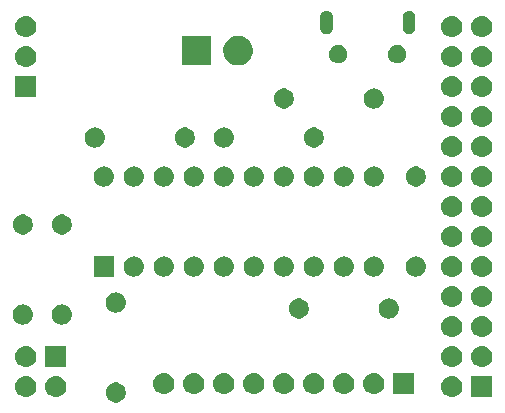
<source format=gbr>
G04 #@! TF.GenerationSoftware,KiCad,Pcbnew,(5.1.4)-1*
G04 #@! TF.CreationDate,2019-12-12T14:50:36-05:00*
G04 #@! TF.ProjectId,led_lock_ctrl,6c65645f-6c6f-4636-9b5f-6374726c2e6b,rev?*
G04 #@! TF.SameCoordinates,Original*
G04 #@! TF.FileFunction,Soldermask,Bot*
G04 #@! TF.FilePolarity,Negative*
%FSLAX46Y46*%
G04 Gerber Fmt 4.6, Leading zero omitted, Abs format (unit mm)*
G04 Created by KiCad (PCBNEW (5.1.4)-1) date 2019-12-12 14:50:36*
%MOMM*%
%LPD*%
G04 APERTURE LIST*
%ADD10C,0.100000*%
G04 APERTURE END LIST*
D10*
G36*
X172460228Y-118815703D02*
G01*
X172615100Y-118879853D01*
X172754481Y-118972985D01*
X172873015Y-119091519D01*
X172966147Y-119230900D01*
X173030297Y-119385772D01*
X173063000Y-119550184D01*
X173063000Y-119717816D01*
X173030297Y-119882228D01*
X172966147Y-120037100D01*
X172873015Y-120176481D01*
X172754481Y-120295015D01*
X172615100Y-120388147D01*
X172460228Y-120452297D01*
X172295816Y-120485000D01*
X172128184Y-120485000D01*
X171963772Y-120452297D01*
X171808900Y-120388147D01*
X171669519Y-120295015D01*
X171550985Y-120176481D01*
X171457853Y-120037100D01*
X171393703Y-119882228D01*
X171361000Y-119717816D01*
X171361000Y-119550184D01*
X171393703Y-119385772D01*
X171457853Y-119230900D01*
X171550985Y-119091519D01*
X171669519Y-118972985D01*
X171808900Y-118879853D01*
X171963772Y-118815703D01*
X172128184Y-118783000D01*
X172295816Y-118783000D01*
X172460228Y-118815703D01*
X172460228Y-118815703D01*
G37*
G36*
X204101000Y-120027000D02*
G01*
X202299000Y-120027000D01*
X202299000Y-118225000D01*
X204101000Y-118225000D01*
X204101000Y-120027000D01*
X204101000Y-120027000D01*
G37*
G36*
X200770442Y-118231518D02*
G01*
X200836627Y-118238037D01*
X201006466Y-118289557D01*
X201162991Y-118373222D01*
X201198729Y-118402552D01*
X201300186Y-118485814D01*
X201383448Y-118587271D01*
X201412778Y-118623009D01*
X201496443Y-118779534D01*
X201547963Y-118949373D01*
X201565359Y-119126000D01*
X201547963Y-119302627D01*
X201496443Y-119472466D01*
X201412778Y-119628991D01*
X201383448Y-119664729D01*
X201300186Y-119766186D01*
X201198729Y-119849448D01*
X201162991Y-119878778D01*
X201006466Y-119962443D01*
X200836627Y-120013963D01*
X200770442Y-120020482D01*
X200704260Y-120027000D01*
X200615740Y-120027000D01*
X200549558Y-120020482D01*
X200483373Y-120013963D01*
X200313534Y-119962443D01*
X200157009Y-119878778D01*
X200121271Y-119849448D01*
X200019814Y-119766186D01*
X199936552Y-119664729D01*
X199907222Y-119628991D01*
X199823557Y-119472466D01*
X199772037Y-119302627D01*
X199754641Y-119126000D01*
X199772037Y-118949373D01*
X199823557Y-118779534D01*
X199907222Y-118623009D01*
X199936552Y-118587271D01*
X200019814Y-118485814D01*
X200121271Y-118402552D01*
X200157009Y-118373222D01*
X200313534Y-118289557D01*
X200483373Y-118238037D01*
X200549558Y-118231518D01*
X200615740Y-118225000D01*
X200704260Y-118225000D01*
X200770442Y-118231518D01*
X200770442Y-118231518D01*
G37*
G36*
X164702442Y-118231518D02*
G01*
X164768627Y-118238037D01*
X164938466Y-118289557D01*
X165094991Y-118373222D01*
X165130729Y-118402552D01*
X165232186Y-118485814D01*
X165315448Y-118587271D01*
X165344778Y-118623009D01*
X165428443Y-118779534D01*
X165479963Y-118949373D01*
X165497359Y-119126000D01*
X165479963Y-119302627D01*
X165428443Y-119472466D01*
X165344778Y-119628991D01*
X165315448Y-119664729D01*
X165232186Y-119766186D01*
X165130729Y-119849448D01*
X165094991Y-119878778D01*
X164938466Y-119962443D01*
X164768627Y-120013963D01*
X164702442Y-120020482D01*
X164636260Y-120027000D01*
X164547740Y-120027000D01*
X164481558Y-120020482D01*
X164415373Y-120013963D01*
X164245534Y-119962443D01*
X164089009Y-119878778D01*
X164053271Y-119849448D01*
X163951814Y-119766186D01*
X163868552Y-119664729D01*
X163839222Y-119628991D01*
X163755557Y-119472466D01*
X163704037Y-119302627D01*
X163686641Y-119126000D01*
X163704037Y-118949373D01*
X163755557Y-118779534D01*
X163839222Y-118623009D01*
X163868552Y-118587271D01*
X163951814Y-118485814D01*
X164053271Y-118402552D01*
X164089009Y-118373222D01*
X164245534Y-118289557D01*
X164415373Y-118238037D01*
X164481558Y-118231518D01*
X164547740Y-118225000D01*
X164636260Y-118225000D01*
X164702442Y-118231518D01*
X164702442Y-118231518D01*
G37*
G36*
X167242442Y-118231518D02*
G01*
X167308627Y-118238037D01*
X167478466Y-118289557D01*
X167634991Y-118373222D01*
X167670729Y-118402552D01*
X167772186Y-118485814D01*
X167855448Y-118587271D01*
X167884778Y-118623009D01*
X167968443Y-118779534D01*
X168019963Y-118949373D01*
X168037359Y-119126000D01*
X168019963Y-119302627D01*
X167968443Y-119472466D01*
X167884778Y-119628991D01*
X167855448Y-119664729D01*
X167772186Y-119766186D01*
X167670729Y-119849448D01*
X167634991Y-119878778D01*
X167478466Y-119962443D01*
X167308627Y-120013963D01*
X167242442Y-120020482D01*
X167176260Y-120027000D01*
X167087740Y-120027000D01*
X167021558Y-120020482D01*
X166955373Y-120013963D01*
X166785534Y-119962443D01*
X166629009Y-119878778D01*
X166593271Y-119849448D01*
X166491814Y-119766186D01*
X166408552Y-119664729D01*
X166379222Y-119628991D01*
X166295557Y-119472466D01*
X166244037Y-119302627D01*
X166226641Y-119126000D01*
X166244037Y-118949373D01*
X166295557Y-118779534D01*
X166379222Y-118623009D01*
X166408552Y-118587271D01*
X166491814Y-118485814D01*
X166593271Y-118402552D01*
X166629009Y-118373222D01*
X166785534Y-118289557D01*
X166955373Y-118238037D01*
X167021558Y-118231518D01*
X167087740Y-118225000D01*
X167176260Y-118225000D01*
X167242442Y-118231518D01*
X167242442Y-118231518D01*
G37*
G36*
X184006443Y-117977519D02*
G01*
X184072627Y-117984037D01*
X184242466Y-118035557D01*
X184398991Y-118119222D01*
X184434729Y-118148552D01*
X184536186Y-118231814D01*
X184619448Y-118333271D01*
X184648778Y-118369009D01*
X184732443Y-118525534D01*
X184783963Y-118695373D01*
X184801359Y-118872000D01*
X184783963Y-119048627D01*
X184732443Y-119218466D01*
X184648778Y-119374991D01*
X184639931Y-119385771D01*
X184536186Y-119512186D01*
X184434729Y-119595448D01*
X184398991Y-119624778D01*
X184242466Y-119708443D01*
X184072627Y-119759963D01*
X184009453Y-119766185D01*
X183940260Y-119773000D01*
X183851740Y-119773000D01*
X183782547Y-119766185D01*
X183719373Y-119759963D01*
X183549534Y-119708443D01*
X183393009Y-119624778D01*
X183357271Y-119595448D01*
X183255814Y-119512186D01*
X183152069Y-119385771D01*
X183143222Y-119374991D01*
X183059557Y-119218466D01*
X183008037Y-119048627D01*
X182990641Y-118872000D01*
X183008037Y-118695373D01*
X183059557Y-118525534D01*
X183143222Y-118369009D01*
X183172552Y-118333271D01*
X183255814Y-118231814D01*
X183357271Y-118148552D01*
X183393009Y-118119222D01*
X183549534Y-118035557D01*
X183719373Y-117984037D01*
X183785557Y-117977519D01*
X183851740Y-117971000D01*
X183940260Y-117971000D01*
X184006443Y-117977519D01*
X184006443Y-117977519D01*
G37*
G36*
X186546443Y-117977519D02*
G01*
X186612627Y-117984037D01*
X186782466Y-118035557D01*
X186938991Y-118119222D01*
X186974729Y-118148552D01*
X187076186Y-118231814D01*
X187159448Y-118333271D01*
X187188778Y-118369009D01*
X187272443Y-118525534D01*
X187323963Y-118695373D01*
X187341359Y-118872000D01*
X187323963Y-119048627D01*
X187272443Y-119218466D01*
X187188778Y-119374991D01*
X187179931Y-119385771D01*
X187076186Y-119512186D01*
X186974729Y-119595448D01*
X186938991Y-119624778D01*
X186782466Y-119708443D01*
X186612627Y-119759963D01*
X186549453Y-119766185D01*
X186480260Y-119773000D01*
X186391740Y-119773000D01*
X186322547Y-119766185D01*
X186259373Y-119759963D01*
X186089534Y-119708443D01*
X185933009Y-119624778D01*
X185897271Y-119595448D01*
X185795814Y-119512186D01*
X185692069Y-119385771D01*
X185683222Y-119374991D01*
X185599557Y-119218466D01*
X185548037Y-119048627D01*
X185530641Y-118872000D01*
X185548037Y-118695373D01*
X185599557Y-118525534D01*
X185683222Y-118369009D01*
X185712552Y-118333271D01*
X185795814Y-118231814D01*
X185897271Y-118148552D01*
X185933009Y-118119222D01*
X186089534Y-118035557D01*
X186259373Y-117984037D01*
X186325557Y-117977519D01*
X186391740Y-117971000D01*
X186480260Y-117971000D01*
X186546443Y-117977519D01*
X186546443Y-117977519D01*
G37*
G36*
X189086443Y-117977519D02*
G01*
X189152627Y-117984037D01*
X189322466Y-118035557D01*
X189478991Y-118119222D01*
X189514729Y-118148552D01*
X189616186Y-118231814D01*
X189699448Y-118333271D01*
X189728778Y-118369009D01*
X189812443Y-118525534D01*
X189863963Y-118695373D01*
X189881359Y-118872000D01*
X189863963Y-119048627D01*
X189812443Y-119218466D01*
X189728778Y-119374991D01*
X189719931Y-119385771D01*
X189616186Y-119512186D01*
X189514729Y-119595448D01*
X189478991Y-119624778D01*
X189322466Y-119708443D01*
X189152627Y-119759963D01*
X189089453Y-119766185D01*
X189020260Y-119773000D01*
X188931740Y-119773000D01*
X188862547Y-119766185D01*
X188799373Y-119759963D01*
X188629534Y-119708443D01*
X188473009Y-119624778D01*
X188437271Y-119595448D01*
X188335814Y-119512186D01*
X188232069Y-119385771D01*
X188223222Y-119374991D01*
X188139557Y-119218466D01*
X188088037Y-119048627D01*
X188070641Y-118872000D01*
X188088037Y-118695373D01*
X188139557Y-118525534D01*
X188223222Y-118369009D01*
X188252552Y-118333271D01*
X188335814Y-118231814D01*
X188437271Y-118148552D01*
X188473009Y-118119222D01*
X188629534Y-118035557D01*
X188799373Y-117984037D01*
X188865557Y-117977519D01*
X188931740Y-117971000D01*
X189020260Y-117971000D01*
X189086443Y-117977519D01*
X189086443Y-117977519D01*
G37*
G36*
X191626443Y-117977519D02*
G01*
X191692627Y-117984037D01*
X191862466Y-118035557D01*
X192018991Y-118119222D01*
X192054729Y-118148552D01*
X192156186Y-118231814D01*
X192239448Y-118333271D01*
X192268778Y-118369009D01*
X192352443Y-118525534D01*
X192403963Y-118695373D01*
X192421359Y-118872000D01*
X192403963Y-119048627D01*
X192352443Y-119218466D01*
X192268778Y-119374991D01*
X192259931Y-119385771D01*
X192156186Y-119512186D01*
X192054729Y-119595448D01*
X192018991Y-119624778D01*
X191862466Y-119708443D01*
X191692627Y-119759963D01*
X191629453Y-119766185D01*
X191560260Y-119773000D01*
X191471740Y-119773000D01*
X191402547Y-119766185D01*
X191339373Y-119759963D01*
X191169534Y-119708443D01*
X191013009Y-119624778D01*
X190977271Y-119595448D01*
X190875814Y-119512186D01*
X190772069Y-119385771D01*
X190763222Y-119374991D01*
X190679557Y-119218466D01*
X190628037Y-119048627D01*
X190610641Y-118872000D01*
X190628037Y-118695373D01*
X190679557Y-118525534D01*
X190763222Y-118369009D01*
X190792552Y-118333271D01*
X190875814Y-118231814D01*
X190977271Y-118148552D01*
X191013009Y-118119222D01*
X191169534Y-118035557D01*
X191339373Y-117984037D01*
X191405557Y-117977519D01*
X191471740Y-117971000D01*
X191560260Y-117971000D01*
X191626443Y-117977519D01*
X191626443Y-117977519D01*
G37*
G36*
X194166443Y-117977519D02*
G01*
X194232627Y-117984037D01*
X194402466Y-118035557D01*
X194558991Y-118119222D01*
X194594729Y-118148552D01*
X194696186Y-118231814D01*
X194779448Y-118333271D01*
X194808778Y-118369009D01*
X194892443Y-118525534D01*
X194943963Y-118695373D01*
X194961359Y-118872000D01*
X194943963Y-119048627D01*
X194892443Y-119218466D01*
X194808778Y-119374991D01*
X194799931Y-119385771D01*
X194696186Y-119512186D01*
X194594729Y-119595448D01*
X194558991Y-119624778D01*
X194402466Y-119708443D01*
X194232627Y-119759963D01*
X194169453Y-119766185D01*
X194100260Y-119773000D01*
X194011740Y-119773000D01*
X193942547Y-119766185D01*
X193879373Y-119759963D01*
X193709534Y-119708443D01*
X193553009Y-119624778D01*
X193517271Y-119595448D01*
X193415814Y-119512186D01*
X193312069Y-119385771D01*
X193303222Y-119374991D01*
X193219557Y-119218466D01*
X193168037Y-119048627D01*
X193150641Y-118872000D01*
X193168037Y-118695373D01*
X193219557Y-118525534D01*
X193303222Y-118369009D01*
X193332552Y-118333271D01*
X193415814Y-118231814D01*
X193517271Y-118148552D01*
X193553009Y-118119222D01*
X193709534Y-118035557D01*
X193879373Y-117984037D01*
X193945557Y-117977519D01*
X194011740Y-117971000D01*
X194100260Y-117971000D01*
X194166443Y-117977519D01*
X194166443Y-117977519D01*
G37*
G36*
X197497000Y-119773000D02*
G01*
X195695000Y-119773000D01*
X195695000Y-117971000D01*
X197497000Y-117971000D01*
X197497000Y-119773000D01*
X197497000Y-119773000D01*
G37*
G36*
X178926443Y-117977519D02*
G01*
X178992627Y-117984037D01*
X179162466Y-118035557D01*
X179318991Y-118119222D01*
X179354729Y-118148552D01*
X179456186Y-118231814D01*
X179539448Y-118333271D01*
X179568778Y-118369009D01*
X179652443Y-118525534D01*
X179703963Y-118695373D01*
X179721359Y-118872000D01*
X179703963Y-119048627D01*
X179652443Y-119218466D01*
X179568778Y-119374991D01*
X179559931Y-119385771D01*
X179456186Y-119512186D01*
X179354729Y-119595448D01*
X179318991Y-119624778D01*
X179162466Y-119708443D01*
X178992627Y-119759963D01*
X178929453Y-119766185D01*
X178860260Y-119773000D01*
X178771740Y-119773000D01*
X178702547Y-119766185D01*
X178639373Y-119759963D01*
X178469534Y-119708443D01*
X178313009Y-119624778D01*
X178277271Y-119595448D01*
X178175814Y-119512186D01*
X178072069Y-119385771D01*
X178063222Y-119374991D01*
X177979557Y-119218466D01*
X177928037Y-119048627D01*
X177910641Y-118872000D01*
X177928037Y-118695373D01*
X177979557Y-118525534D01*
X178063222Y-118369009D01*
X178092552Y-118333271D01*
X178175814Y-118231814D01*
X178277271Y-118148552D01*
X178313009Y-118119222D01*
X178469534Y-118035557D01*
X178639373Y-117984037D01*
X178705557Y-117977519D01*
X178771740Y-117971000D01*
X178860260Y-117971000D01*
X178926443Y-117977519D01*
X178926443Y-117977519D01*
G37*
G36*
X176386443Y-117977519D02*
G01*
X176452627Y-117984037D01*
X176622466Y-118035557D01*
X176778991Y-118119222D01*
X176814729Y-118148552D01*
X176916186Y-118231814D01*
X176999448Y-118333271D01*
X177028778Y-118369009D01*
X177112443Y-118525534D01*
X177163963Y-118695373D01*
X177181359Y-118872000D01*
X177163963Y-119048627D01*
X177112443Y-119218466D01*
X177028778Y-119374991D01*
X177019931Y-119385771D01*
X176916186Y-119512186D01*
X176814729Y-119595448D01*
X176778991Y-119624778D01*
X176622466Y-119708443D01*
X176452627Y-119759963D01*
X176389453Y-119766185D01*
X176320260Y-119773000D01*
X176231740Y-119773000D01*
X176162547Y-119766185D01*
X176099373Y-119759963D01*
X175929534Y-119708443D01*
X175773009Y-119624778D01*
X175737271Y-119595448D01*
X175635814Y-119512186D01*
X175532069Y-119385771D01*
X175523222Y-119374991D01*
X175439557Y-119218466D01*
X175388037Y-119048627D01*
X175370641Y-118872000D01*
X175388037Y-118695373D01*
X175439557Y-118525534D01*
X175523222Y-118369009D01*
X175552552Y-118333271D01*
X175635814Y-118231814D01*
X175737271Y-118148552D01*
X175773009Y-118119222D01*
X175929534Y-118035557D01*
X176099373Y-117984037D01*
X176165557Y-117977519D01*
X176231740Y-117971000D01*
X176320260Y-117971000D01*
X176386443Y-117977519D01*
X176386443Y-117977519D01*
G37*
G36*
X181466443Y-117977519D02*
G01*
X181532627Y-117984037D01*
X181702466Y-118035557D01*
X181858991Y-118119222D01*
X181894729Y-118148552D01*
X181996186Y-118231814D01*
X182079448Y-118333271D01*
X182108778Y-118369009D01*
X182192443Y-118525534D01*
X182243963Y-118695373D01*
X182261359Y-118872000D01*
X182243963Y-119048627D01*
X182192443Y-119218466D01*
X182108778Y-119374991D01*
X182099931Y-119385771D01*
X181996186Y-119512186D01*
X181894729Y-119595448D01*
X181858991Y-119624778D01*
X181702466Y-119708443D01*
X181532627Y-119759963D01*
X181469453Y-119766185D01*
X181400260Y-119773000D01*
X181311740Y-119773000D01*
X181242547Y-119766185D01*
X181179373Y-119759963D01*
X181009534Y-119708443D01*
X180853009Y-119624778D01*
X180817271Y-119595448D01*
X180715814Y-119512186D01*
X180612069Y-119385771D01*
X180603222Y-119374991D01*
X180519557Y-119218466D01*
X180468037Y-119048627D01*
X180450641Y-118872000D01*
X180468037Y-118695373D01*
X180519557Y-118525534D01*
X180603222Y-118369009D01*
X180632552Y-118333271D01*
X180715814Y-118231814D01*
X180817271Y-118148552D01*
X180853009Y-118119222D01*
X181009534Y-118035557D01*
X181179373Y-117984037D01*
X181245557Y-117977519D01*
X181311740Y-117971000D01*
X181400260Y-117971000D01*
X181466443Y-117977519D01*
X181466443Y-117977519D01*
G37*
G36*
X168033000Y-117487000D02*
G01*
X166231000Y-117487000D01*
X166231000Y-115685000D01*
X168033000Y-115685000D01*
X168033000Y-117487000D01*
X168033000Y-117487000D01*
G37*
G36*
X203310443Y-115691519D02*
G01*
X203376627Y-115698037D01*
X203546466Y-115749557D01*
X203702991Y-115833222D01*
X203738729Y-115862552D01*
X203840186Y-115945814D01*
X203923448Y-116047271D01*
X203952778Y-116083009D01*
X204036443Y-116239534D01*
X204087963Y-116409373D01*
X204105359Y-116586000D01*
X204087963Y-116762627D01*
X204036443Y-116932466D01*
X203952778Y-117088991D01*
X203923448Y-117124729D01*
X203840186Y-117226186D01*
X203738729Y-117309448D01*
X203702991Y-117338778D01*
X203546466Y-117422443D01*
X203376627Y-117473963D01*
X203310442Y-117480482D01*
X203244260Y-117487000D01*
X203155740Y-117487000D01*
X203089558Y-117480482D01*
X203023373Y-117473963D01*
X202853534Y-117422443D01*
X202697009Y-117338778D01*
X202661271Y-117309448D01*
X202559814Y-117226186D01*
X202476552Y-117124729D01*
X202447222Y-117088991D01*
X202363557Y-116932466D01*
X202312037Y-116762627D01*
X202294641Y-116586000D01*
X202312037Y-116409373D01*
X202363557Y-116239534D01*
X202447222Y-116083009D01*
X202476552Y-116047271D01*
X202559814Y-115945814D01*
X202661271Y-115862552D01*
X202697009Y-115833222D01*
X202853534Y-115749557D01*
X203023373Y-115698037D01*
X203089557Y-115691519D01*
X203155740Y-115685000D01*
X203244260Y-115685000D01*
X203310443Y-115691519D01*
X203310443Y-115691519D01*
G37*
G36*
X200770443Y-115691519D02*
G01*
X200836627Y-115698037D01*
X201006466Y-115749557D01*
X201162991Y-115833222D01*
X201198729Y-115862552D01*
X201300186Y-115945814D01*
X201383448Y-116047271D01*
X201412778Y-116083009D01*
X201496443Y-116239534D01*
X201547963Y-116409373D01*
X201565359Y-116586000D01*
X201547963Y-116762627D01*
X201496443Y-116932466D01*
X201412778Y-117088991D01*
X201383448Y-117124729D01*
X201300186Y-117226186D01*
X201198729Y-117309448D01*
X201162991Y-117338778D01*
X201006466Y-117422443D01*
X200836627Y-117473963D01*
X200770442Y-117480482D01*
X200704260Y-117487000D01*
X200615740Y-117487000D01*
X200549558Y-117480482D01*
X200483373Y-117473963D01*
X200313534Y-117422443D01*
X200157009Y-117338778D01*
X200121271Y-117309448D01*
X200019814Y-117226186D01*
X199936552Y-117124729D01*
X199907222Y-117088991D01*
X199823557Y-116932466D01*
X199772037Y-116762627D01*
X199754641Y-116586000D01*
X199772037Y-116409373D01*
X199823557Y-116239534D01*
X199907222Y-116083009D01*
X199936552Y-116047271D01*
X200019814Y-115945814D01*
X200121271Y-115862552D01*
X200157009Y-115833222D01*
X200313534Y-115749557D01*
X200483373Y-115698037D01*
X200549557Y-115691519D01*
X200615740Y-115685000D01*
X200704260Y-115685000D01*
X200770443Y-115691519D01*
X200770443Y-115691519D01*
G37*
G36*
X164702443Y-115691519D02*
G01*
X164768627Y-115698037D01*
X164938466Y-115749557D01*
X165094991Y-115833222D01*
X165130729Y-115862552D01*
X165232186Y-115945814D01*
X165315448Y-116047271D01*
X165344778Y-116083009D01*
X165428443Y-116239534D01*
X165479963Y-116409373D01*
X165497359Y-116586000D01*
X165479963Y-116762627D01*
X165428443Y-116932466D01*
X165344778Y-117088991D01*
X165315448Y-117124729D01*
X165232186Y-117226186D01*
X165130729Y-117309448D01*
X165094991Y-117338778D01*
X164938466Y-117422443D01*
X164768627Y-117473963D01*
X164702442Y-117480482D01*
X164636260Y-117487000D01*
X164547740Y-117487000D01*
X164481558Y-117480482D01*
X164415373Y-117473963D01*
X164245534Y-117422443D01*
X164089009Y-117338778D01*
X164053271Y-117309448D01*
X163951814Y-117226186D01*
X163868552Y-117124729D01*
X163839222Y-117088991D01*
X163755557Y-116932466D01*
X163704037Y-116762627D01*
X163686641Y-116586000D01*
X163704037Y-116409373D01*
X163755557Y-116239534D01*
X163839222Y-116083009D01*
X163868552Y-116047271D01*
X163951814Y-115945814D01*
X164053271Y-115862552D01*
X164089009Y-115833222D01*
X164245534Y-115749557D01*
X164415373Y-115698037D01*
X164481557Y-115691519D01*
X164547740Y-115685000D01*
X164636260Y-115685000D01*
X164702443Y-115691519D01*
X164702443Y-115691519D01*
G37*
G36*
X203310442Y-113151518D02*
G01*
X203376627Y-113158037D01*
X203546466Y-113209557D01*
X203702991Y-113293222D01*
X203725901Y-113312024D01*
X203840186Y-113405814D01*
X203921647Y-113505076D01*
X203952778Y-113543009D01*
X204036443Y-113699534D01*
X204087963Y-113869373D01*
X204105359Y-114046000D01*
X204087963Y-114222627D01*
X204036443Y-114392466D01*
X203952778Y-114548991D01*
X203923448Y-114584729D01*
X203840186Y-114686186D01*
X203738729Y-114769448D01*
X203702991Y-114798778D01*
X203546466Y-114882443D01*
X203376627Y-114933963D01*
X203310442Y-114940482D01*
X203244260Y-114947000D01*
X203155740Y-114947000D01*
X203089558Y-114940482D01*
X203023373Y-114933963D01*
X202853534Y-114882443D01*
X202697009Y-114798778D01*
X202661271Y-114769448D01*
X202559814Y-114686186D01*
X202476552Y-114584729D01*
X202447222Y-114548991D01*
X202363557Y-114392466D01*
X202312037Y-114222627D01*
X202294641Y-114046000D01*
X202312037Y-113869373D01*
X202363557Y-113699534D01*
X202447222Y-113543009D01*
X202478353Y-113505076D01*
X202559814Y-113405814D01*
X202674099Y-113312024D01*
X202697009Y-113293222D01*
X202853534Y-113209557D01*
X203023373Y-113158037D01*
X203089558Y-113151518D01*
X203155740Y-113145000D01*
X203244260Y-113145000D01*
X203310442Y-113151518D01*
X203310442Y-113151518D01*
G37*
G36*
X200770442Y-113151518D02*
G01*
X200836627Y-113158037D01*
X201006466Y-113209557D01*
X201162991Y-113293222D01*
X201185901Y-113312024D01*
X201300186Y-113405814D01*
X201381647Y-113505076D01*
X201412778Y-113543009D01*
X201496443Y-113699534D01*
X201547963Y-113869373D01*
X201565359Y-114046000D01*
X201547963Y-114222627D01*
X201496443Y-114392466D01*
X201412778Y-114548991D01*
X201383448Y-114584729D01*
X201300186Y-114686186D01*
X201198729Y-114769448D01*
X201162991Y-114798778D01*
X201006466Y-114882443D01*
X200836627Y-114933963D01*
X200770442Y-114940482D01*
X200704260Y-114947000D01*
X200615740Y-114947000D01*
X200549558Y-114940482D01*
X200483373Y-114933963D01*
X200313534Y-114882443D01*
X200157009Y-114798778D01*
X200121271Y-114769448D01*
X200019814Y-114686186D01*
X199936552Y-114584729D01*
X199907222Y-114548991D01*
X199823557Y-114392466D01*
X199772037Y-114222627D01*
X199754641Y-114046000D01*
X199772037Y-113869373D01*
X199823557Y-113699534D01*
X199907222Y-113543009D01*
X199938353Y-113505076D01*
X200019814Y-113405814D01*
X200134099Y-113312024D01*
X200157009Y-113293222D01*
X200313534Y-113209557D01*
X200483373Y-113158037D01*
X200549558Y-113151518D01*
X200615740Y-113145000D01*
X200704260Y-113145000D01*
X200770442Y-113151518D01*
X200770442Y-113151518D01*
G37*
G36*
X167806823Y-112191313D02*
G01*
X167967242Y-112239976D01*
X168099906Y-112310886D01*
X168115078Y-112318996D01*
X168244659Y-112425341D01*
X168351004Y-112554922D01*
X168351005Y-112554924D01*
X168430024Y-112702758D01*
X168478687Y-112863177D01*
X168495117Y-113030000D01*
X168478687Y-113196823D01*
X168430024Y-113357242D01*
X168404061Y-113405815D01*
X168351004Y-113505078D01*
X168244659Y-113634659D01*
X168115078Y-113741004D01*
X168115076Y-113741005D01*
X167967242Y-113820024D01*
X167806823Y-113868687D01*
X167681804Y-113881000D01*
X167598196Y-113881000D01*
X167473177Y-113868687D01*
X167312758Y-113820024D01*
X167164924Y-113741005D01*
X167164922Y-113741004D01*
X167035341Y-113634659D01*
X166928996Y-113505078D01*
X166875939Y-113405815D01*
X166849976Y-113357242D01*
X166801313Y-113196823D01*
X166784883Y-113030000D01*
X166801313Y-112863177D01*
X166849976Y-112702758D01*
X166928995Y-112554924D01*
X166928996Y-112554922D01*
X167035341Y-112425341D01*
X167164922Y-112318996D01*
X167180094Y-112310886D01*
X167312758Y-112239976D01*
X167473177Y-112191313D01*
X167598196Y-112179000D01*
X167681804Y-112179000D01*
X167806823Y-112191313D01*
X167806823Y-112191313D01*
G37*
G36*
X164504823Y-112191313D02*
G01*
X164665242Y-112239976D01*
X164797906Y-112310886D01*
X164813078Y-112318996D01*
X164942659Y-112425341D01*
X165049004Y-112554922D01*
X165049005Y-112554924D01*
X165128024Y-112702758D01*
X165176687Y-112863177D01*
X165193117Y-113030000D01*
X165176687Y-113196823D01*
X165128024Y-113357242D01*
X165102061Y-113405815D01*
X165049004Y-113505078D01*
X164942659Y-113634659D01*
X164813078Y-113741004D01*
X164813076Y-113741005D01*
X164665242Y-113820024D01*
X164504823Y-113868687D01*
X164379804Y-113881000D01*
X164296196Y-113881000D01*
X164171177Y-113868687D01*
X164010758Y-113820024D01*
X163862924Y-113741005D01*
X163862922Y-113741004D01*
X163733341Y-113634659D01*
X163626996Y-113505078D01*
X163573939Y-113405815D01*
X163547976Y-113357242D01*
X163499313Y-113196823D01*
X163482883Y-113030000D01*
X163499313Y-112863177D01*
X163547976Y-112702758D01*
X163626995Y-112554924D01*
X163626996Y-112554922D01*
X163733341Y-112425341D01*
X163862922Y-112318996D01*
X163878094Y-112310886D01*
X164010758Y-112239976D01*
X164171177Y-112191313D01*
X164296196Y-112179000D01*
X164379804Y-112179000D01*
X164504823Y-112191313D01*
X164504823Y-112191313D01*
G37*
G36*
X187954228Y-111703703D02*
G01*
X188109100Y-111767853D01*
X188248481Y-111860985D01*
X188367015Y-111979519D01*
X188460147Y-112118900D01*
X188524297Y-112273772D01*
X188557000Y-112438184D01*
X188557000Y-112605816D01*
X188524297Y-112770228D01*
X188460147Y-112925100D01*
X188367015Y-113064481D01*
X188248481Y-113183015D01*
X188109100Y-113276147D01*
X187954228Y-113340297D01*
X187789816Y-113373000D01*
X187622184Y-113373000D01*
X187457772Y-113340297D01*
X187302900Y-113276147D01*
X187163519Y-113183015D01*
X187044985Y-113064481D01*
X186951853Y-112925100D01*
X186887703Y-112770228D01*
X186855000Y-112605816D01*
X186855000Y-112438184D01*
X186887703Y-112273772D01*
X186951853Y-112118900D01*
X187044985Y-111979519D01*
X187163519Y-111860985D01*
X187302900Y-111767853D01*
X187457772Y-111703703D01*
X187622184Y-111671000D01*
X187789816Y-111671000D01*
X187954228Y-111703703D01*
X187954228Y-111703703D01*
G37*
G36*
X195492823Y-111683313D02*
G01*
X195653242Y-111731976D01*
X195720361Y-111767852D01*
X195801078Y-111810996D01*
X195930659Y-111917341D01*
X196037004Y-112046922D01*
X196037005Y-112046924D01*
X196116024Y-112194758D01*
X196164687Y-112355177D01*
X196181117Y-112522000D01*
X196164687Y-112688823D01*
X196116024Y-112849242D01*
X196075477Y-112925100D01*
X196037004Y-112997078D01*
X195930659Y-113126659D01*
X195801078Y-113233004D01*
X195801076Y-113233005D01*
X195653242Y-113312024D01*
X195492823Y-113360687D01*
X195367804Y-113373000D01*
X195284196Y-113373000D01*
X195159177Y-113360687D01*
X194998758Y-113312024D01*
X194850924Y-113233005D01*
X194850922Y-113233004D01*
X194721341Y-113126659D01*
X194614996Y-112997078D01*
X194576523Y-112925100D01*
X194535976Y-112849242D01*
X194487313Y-112688823D01*
X194470883Y-112522000D01*
X194487313Y-112355177D01*
X194535976Y-112194758D01*
X194614995Y-112046924D01*
X194614996Y-112046922D01*
X194721341Y-111917341D01*
X194850922Y-111810996D01*
X194931639Y-111767852D01*
X194998758Y-111731976D01*
X195159177Y-111683313D01*
X195284196Y-111671000D01*
X195367804Y-111671000D01*
X195492823Y-111683313D01*
X195492823Y-111683313D01*
G37*
G36*
X172378823Y-111175313D02*
G01*
X172539242Y-111223976D01*
X172671906Y-111294886D01*
X172687078Y-111302996D01*
X172816659Y-111409341D01*
X172923004Y-111538922D01*
X172923005Y-111538924D01*
X173002024Y-111686758D01*
X173050687Y-111847177D01*
X173067117Y-112014000D01*
X173050687Y-112180823D01*
X173002024Y-112341242D01*
X172957072Y-112425341D01*
X172923004Y-112489078D01*
X172816659Y-112618659D01*
X172687078Y-112725004D01*
X172687076Y-112725005D01*
X172539242Y-112804024D01*
X172378823Y-112852687D01*
X172253804Y-112865000D01*
X172170196Y-112865000D01*
X172045177Y-112852687D01*
X171884758Y-112804024D01*
X171736924Y-112725005D01*
X171736922Y-112725004D01*
X171607341Y-112618659D01*
X171500996Y-112489078D01*
X171466928Y-112425341D01*
X171421976Y-112341242D01*
X171373313Y-112180823D01*
X171356883Y-112014000D01*
X171373313Y-111847177D01*
X171421976Y-111686758D01*
X171500995Y-111538924D01*
X171500996Y-111538922D01*
X171607341Y-111409341D01*
X171736922Y-111302996D01*
X171752094Y-111294886D01*
X171884758Y-111223976D01*
X172045177Y-111175313D01*
X172170196Y-111163000D01*
X172253804Y-111163000D01*
X172378823Y-111175313D01*
X172378823Y-111175313D01*
G37*
G36*
X200770443Y-110611519D02*
G01*
X200836627Y-110618037D01*
X201006466Y-110669557D01*
X201162991Y-110753222D01*
X201198729Y-110782552D01*
X201300186Y-110865814D01*
X201383448Y-110967271D01*
X201412778Y-111003009D01*
X201496443Y-111159534D01*
X201547963Y-111329373D01*
X201565359Y-111506000D01*
X201547963Y-111682627D01*
X201498048Y-111847175D01*
X201496442Y-111852468D01*
X201461766Y-111917341D01*
X201412778Y-112008991D01*
X201408667Y-112014000D01*
X201300186Y-112146186D01*
X201198729Y-112229448D01*
X201162991Y-112258778D01*
X201006466Y-112342443D01*
X200836627Y-112393963D01*
X200770443Y-112400481D01*
X200704260Y-112407000D01*
X200615740Y-112407000D01*
X200549557Y-112400481D01*
X200483373Y-112393963D01*
X200313534Y-112342443D01*
X200157009Y-112258778D01*
X200121271Y-112229448D01*
X200019814Y-112146186D01*
X199911333Y-112014000D01*
X199907222Y-112008991D01*
X199858234Y-111917341D01*
X199823558Y-111852468D01*
X199821952Y-111847175D01*
X199772037Y-111682627D01*
X199754641Y-111506000D01*
X199772037Y-111329373D01*
X199823557Y-111159534D01*
X199907222Y-111003009D01*
X199936552Y-110967271D01*
X200019814Y-110865814D01*
X200121271Y-110782552D01*
X200157009Y-110753222D01*
X200313534Y-110669557D01*
X200483373Y-110618037D01*
X200549557Y-110611519D01*
X200615740Y-110605000D01*
X200704260Y-110605000D01*
X200770443Y-110611519D01*
X200770443Y-110611519D01*
G37*
G36*
X203310443Y-110611519D02*
G01*
X203376627Y-110618037D01*
X203546466Y-110669557D01*
X203702991Y-110753222D01*
X203738729Y-110782552D01*
X203840186Y-110865814D01*
X203923448Y-110967271D01*
X203952778Y-111003009D01*
X204036443Y-111159534D01*
X204087963Y-111329373D01*
X204105359Y-111506000D01*
X204087963Y-111682627D01*
X204038048Y-111847175D01*
X204036442Y-111852468D01*
X204001766Y-111917341D01*
X203952778Y-112008991D01*
X203948667Y-112014000D01*
X203840186Y-112146186D01*
X203738729Y-112229448D01*
X203702991Y-112258778D01*
X203546466Y-112342443D01*
X203376627Y-112393963D01*
X203310443Y-112400481D01*
X203244260Y-112407000D01*
X203155740Y-112407000D01*
X203089557Y-112400481D01*
X203023373Y-112393963D01*
X202853534Y-112342443D01*
X202697009Y-112258778D01*
X202661271Y-112229448D01*
X202559814Y-112146186D01*
X202451333Y-112014000D01*
X202447222Y-112008991D01*
X202398234Y-111917341D01*
X202363558Y-111852468D01*
X202361952Y-111847175D01*
X202312037Y-111682627D01*
X202294641Y-111506000D01*
X202312037Y-111329373D01*
X202363557Y-111159534D01*
X202447222Y-111003009D01*
X202476552Y-110967271D01*
X202559814Y-110865814D01*
X202661271Y-110782552D01*
X202697009Y-110753222D01*
X202853534Y-110669557D01*
X203023373Y-110618037D01*
X203089557Y-110611519D01*
X203155740Y-110605000D01*
X203244260Y-110605000D01*
X203310443Y-110611519D01*
X203310443Y-110611519D01*
G37*
G36*
X203310443Y-108071519D02*
G01*
X203376627Y-108078037D01*
X203546466Y-108129557D01*
X203702991Y-108213222D01*
X203738729Y-108242552D01*
X203840186Y-108325814D01*
X203923448Y-108427271D01*
X203952778Y-108463009D01*
X204036443Y-108619534D01*
X204087963Y-108789373D01*
X204105359Y-108966000D01*
X204087963Y-109142627D01*
X204036443Y-109312466D01*
X203952778Y-109468991D01*
X203923448Y-109504729D01*
X203840186Y-109606186D01*
X203738729Y-109689448D01*
X203702991Y-109718778D01*
X203546466Y-109802443D01*
X203376627Y-109853963D01*
X203310443Y-109860481D01*
X203244260Y-109867000D01*
X203155740Y-109867000D01*
X203089557Y-109860481D01*
X203023373Y-109853963D01*
X202853534Y-109802443D01*
X202697009Y-109718778D01*
X202661271Y-109689448D01*
X202559814Y-109606186D01*
X202476552Y-109504729D01*
X202447222Y-109468991D01*
X202363557Y-109312466D01*
X202312037Y-109142627D01*
X202294641Y-108966000D01*
X202312037Y-108789373D01*
X202363557Y-108619534D01*
X202447222Y-108463009D01*
X202476552Y-108427271D01*
X202559814Y-108325814D01*
X202661271Y-108242552D01*
X202697009Y-108213222D01*
X202853534Y-108129557D01*
X203023373Y-108078037D01*
X203089557Y-108071519D01*
X203155740Y-108065000D01*
X203244260Y-108065000D01*
X203310443Y-108071519D01*
X203310443Y-108071519D01*
G37*
G36*
X200770443Y-108071519D02*
G01*
X200836627Y-108078037D01*
X201006466Y-108129557D01*
X201162991Y-108213222D01*
X201198729Y-108242552D01*
X201300186Y-108325814D01*
X201383448Y-108427271D01*
X201412778Y-108463009D01*
X201496443Y-108619534D01*
X201547963Y-108789373D01*
X201565359Y-108966000D01*
X201547963Y-109142627D01*
X201496443Y-109312466D01*
X201412778Y-109468991D01*
X201383448Y-109504729D01*
X201300186Y-109606186D01*
X201198729Y-109689448D01*
X201162991Y-109718778D01*
X201006466Y-109802443D01*
X200836627Y-109853963D01*
X200770443Y-109860481D01*
X200704260Y-109867000D01*
X200615740Y-109867000D01*
X200549557Y-109860481D01*
X200483373Y-109853963D01*
X200313534Y-109802443D01*
X200157009Y-109718778D01*
X200121271Y-109689448D01*
X200019814Y-109606186D01*
X199936552Y-109504729D01*
X199907222Y-109468991D01*
X199823557Y-109312466D01*
X199772037Y-109142627D01*
X199754641Y-108966000D01*
X199772037Y-108789373D01*
X199823557Y-108619534D01*
X199907222Y-108463009D01*
X199936552Y-108427271D01*
X200019814Y-108325814D01*
X200121271Y-108242552D01*
X200157009Y-108213222D01*
X200313534Y-108129557D01*
X200483373Y-108078037D01*
X200549557Y-108071519D01*
X200615740Y-108065000D01*
X200704260Y-108065000D01*
X200770443Y-108071519D01*
X200770443Y-108071519D01*
G37*
G36*
X184062823Y-108127313D02*
G01*
X184223242Y-108175976D01*
X184292922Y-108213221D01*
X184371078Y-108254996D01*
X184500659Y-108361341D01*
X184607004Y-108490922D01*
X184607005Y-108490924D01*
X184686024Y-108638758D01*
X184734687Y-108799177D01*
X184751117Y-108966000D01*
X184734687Y-109132823D01*
X184686024Y-109293242D01*
X184675747Y-109312468D01*
X184607004Y-109441078D01*
X184500659Y-109570659D01*
X184371078Y-109677004D01*
X184371076Y-109677005D01*
X184223242Y-109756024D01*
X184062823Y-109804687D01*
X183937804Y-109817000D01*
X183854196Y-109817000D01*
X183729177Y-109804687D01*
X183568758Y-109756024D01*
X183420924Y-109677005D01*
X183420922Y-109677004D01*
X183291341Y-109570659D01*
X183184996Y-109441078D01*
X183116253Y-109312468D01*
X183105976Y-109293242D01*
X183057313Y-109132823D01*
X183040883Y-108966000D01*
X183057313Y-108799177D01*
X183105976Y-108638758D01*
X183184995Y-108490924D01*
X183184996Y-108490922D01*
X183291341Y-108361341D01*
X183420922Y-108254996D01*
X183499078Y-108213221D01*
X183568758Y-108175976D01*
X183729177Y-108127313D01*
X183854196Y-108115000D01*
X183937804Y-108115000D01*
X184062823Y-108127313D01*
X184062823Y-108127313D01*
G37*
G36*
X176442823Y-108127313D02*
G01*
X176603242Y-108175976D01*
X176672922Y-108213221D01*
X176751078Y-108254996D01*
X176880659Y-108361341D01*
X176987004Y-108490922D01*
X176987005Y-108490924D01*
X177066024Y-108638758D01*
X177114687Y-108799177D01*
X177131117Y-108966000D01*
X177114687Y-109132823D01*
X177066024Y-109293242D01*
X177055747Y-109312468D01*
X176987004Y-109441078D01*
X176880659Y-109570659D01*
X176751078Y-109677004D01*
X176751076Y-109677005D01*
X176603242Y-109756024D01*
X176442823Y-109804687D01*
X176317804Y-109817000D01*
X176234196Y-109817000D01*
X176109177Y-109804687D01*
X175948758Y-109756024D01*
X175800924Y-109677005D01*
X175800922Y-109677004D01*
X175671341Y-109570659D01*
X175564996Y-109441078D01*
X175496253Y-109312468D01*
X175485976Y-109293242D01*
X175437313Y-109132823D01*
X175420883Y-108966000D01*
X175437313Y-108799177D01*
X175485976Y-108638758D01*
X175564995Y-108490924D01*
X175564996Y-108490922D01*
X175671341Y-108361341D01*
X175800922Y-108254996D01*
X175879078Y-108213221D01*
X175948758Y-108175976D01*
X176109177Y-108127313D01*
X176234196Y-108115000D01*
X176317804Y-108115000D01*
X176442823Y-108127313D01*
X176442823Y-108127313D01*
G37*
G36*
X194222823Y-108127313D02*
G01*
X194383242Y-108175976D01*
X194452922Y-108213221D01*
X194531078Y-108254996D01*
X194660659Y-108361341D01*
X194767004Y-108490922D01*
X194767005Y-108490924D01*
X194846024Y-108638758D01*
X194894687Y-108799177D01*
X194911117Y-108966000D01*
X194894687Y-109132823D01*
X194846024Y-109293242D01*
X194835747Y-109312468D01*
X194767004Y-109441078D01*
X194660659Y-109570659D01*
X194531078Y-109677004D01*
X194531076Y-109677005D01*
X194383242Y-109756024D01*
X194222823Y-109804687D01*
X194097804Y-109817000D01*
X194014196Y-109817000D01*
X193889177Y-109804687D01*
X193728758Y-109756024D01*
X193580924Y-109677005D01*
X193580922Y-109677004D01*
X193451341Y-109570659D01*
X193344996Y-109441078D01*
X193276253Y-109312468D01*
X193265976Y-109293242D01*
X193217313Y-109132823D01*
X193200883Y-108966000D01*
X193217313Y-108799177D01*
X193265976Y-108638758D01*
X193344995Y-108490924D01*
X193344996Y-108490922D01*
X193451341Y-108361341D01*
X193580922Y-108254996D01*
X193659078Y-108213221D01*
X193728758Y-108175976D01*
X193889177Y-108127313D01*
X194014196Y-108115000D01*
X194097804Y-108115000D01*
X194222823Y-108127313D01*
X194222823Y-108127313D01*
G37*
G36*
X197778823Y-108127313D02*
G01*
X197939242Y-108175976D01*
X198008922Y-108213221D01*
X198087078Y-108254996D01*
X198216659Y-108361341D01*
X198323004Y-108490922D01*
X198323005Y-108490924D01*
X198402024Y-108638758D01*
X198450687Y-108799177D01*
X198467117Y-108966000D01*
X198450687Y-109132823D01*
X198402024Y-109293242D01*
X198391747Y-109312468D01*
X198323004Y-109441078D01*
X198216659Y-109570659D01*
X198087078Y-109677004D01*
X198087076Y-109677005D01*
X197939242Y-109756024D01*
X197778823Y-109804687D01*
X197653804Y-109817000D01*
X197570196Y-109817000D01*
X197445177Y-109804687D01*
X197284758Y-109756024D01*
X197136924Y-109677005D01*
X197136922Y-109677004D01*
X197007341Y-109570659D01*
X196900996Y-109441078D01*
X196832253Y-109312468D01*
X196821976Y-109293242D01*
X196773313Y-109132823D01*
X196756883Y-108966000D01*
X196773313Y-108799177D01*
X196821976Y-108638758D01*
X196900995Y-108490924D01*
X196900996Y-108490922D01*
X197007341Y-108361341D01*
X197136922Y-108254996D01*
X197215078Y-108213221D01*
X197284758Y-108175976D01*
X197445177Y-108127313D01*
X197570196Y-108115000D01*
X197653804Y-108115000D01*
X197778823Y-108127313D01*
X197778823Y-108127313D01*
G37*
G36*
X191682823Y-108127313D02*
G01*
X191843242Y-108175976D01*
X191912922Y-108213221D01*
X191991078Y-108254996D01*
X192120659Y-108361341D01*
X192227004Y-108490922D01*
X192227005Y-108490924D01*
X192306024Y-108638758D01*
X192354687Y-108799177D01*
X192371117Y-108966000D01*
X192354687Y-109132823D01*
X192306024Y-109293242D01*
X192295747Y-109312468D01*
X192227004Y-109441078D01*
X192120659Y-109570659D01*
X191991078Y-109677004D01*
X191991076Y-109677005D01*
X191843242Y-109756024D01*
X191682823Y-109804687D01*
X191557804Y-109817000D01*
X191474196Y-109817000D01*
X191349177Y-109804687D01*
X191188758Y-109756024D01*
X191040924Y-109677005D01*
X191040922Y-109677004D01*
X190911341Y-109570659D01*
X190804996Y-109441078D01*
X190736253Y-109312468D01*
X190725976Y-109293242D01*
X190677313Y-109132823D01*
X190660883Y-108966000D01*
X190677313Y-108799177D01*
X190725976Y-108638758D01*
X190804995Y-108490924D01*
X190804996Y-108490922D01*
X190911341Y-108361341D01*
X191040922Y-108254996D01*
X191119078Y-108213221D01*
X191188758Y-108175976D01*
X191349177Y-108127313D01*
X191474196Y-108115000D01*
X191557804Y-108115000D01*
X191682823Y-108127313D01*
X191682823Y-108127313D01*
G37*
G36*
X189142823Y-108127313D02*
G01*
X189303242Y-108175976D01*
X189372922Y-108213221D01*
X189451078Y-108254996D01*
X189580659Y-108361341D01*
X189687004Y-108490922D01*
X189687005Y-108490924D01*
X189766024Y-108638758D01*
X189814687Y-108799177D01*
X189831117Y-108966000D01*
X189814687Y-109132823D01*
X189766024Y-109293242D01*
X189755747Y-109312468D01*
X189687004Y-109441078D01*
X189580659Y-109570659D01*
X189451078Y-109677004D01*
X189451076Y-109677005D01*
X189303242Y-109756024D01*
X189142823Y-109804687D01*
X189017804Y-109817000D01*
X188934196Y-109817000D01*
X188809177Y-109804687D01*
X188648758Y-109756024D01*
X188500924Y-109677005D01*
X188500922Y-109677004D01*
X188371341Y-109570659D01*
X188264996Y-109441078D01*
X188196253Y-109312468D01*
X188185976Y-109293242D01*
X188137313Y-109132823D01*
X188120883Y-108966000D01*
X188137313Y-108799177D01*
X188185976Y-108638758D01*
X188264995Y-108490924D01*
X188264996Y-108490922D01*
X188371341Y-108361341D01*
X188500922Y-108254996D01*
X188579078Y-108213221D01*
X188648758Y-108175976D01*
X188809177Y-108127313D01*
X188934196Y-108115000D01*
X189017804Y-108115000D01*
X189142823Y-108127313D01*
X189142823Y-108127313D01*
G37*
G36*
X186602823Y-108127313D02*
G01*
X186763242Y-108175976D01*
X186832922Y-108213221D01*
X186911078Y-108254996D01*
X187040659Y-108361341D01*
X187147004Y-108490922D01*
X187147005Y-108490924D01*
X187226024Y-108638758D01*
X187274687Y-108799177D01*
X187291117Y-108966000D01*
X187274687Y-109132823D01*
X187226024Y-109293242D01*
X187215747Y-109312468D01*
X187147004Y-109441078D01*
X187040659Y-109570659D01*
X186911078Y-109677004D01*
X186911076Y-109677005D01*
X186763242Y-109756024D01*
X186602823Y-109804687D01*
X186477804Y-109817000D01*
X186394196Y-109817000D01*
X186269177Y-109804687D01*
X186108758Y-109756024D01*
X185960924Y-109677005D01*
X185960922Y-109677004D01*
X185831341Y-109570659D01*
X185724996Y-109441078D01*
X185656253Y-109312468D01*
X185645976Y-109293242D01*
X185597313Y-109132823D01*
X185580883Y-108966000D01*
X185597313Y-108799177D01*
X185645976Y-108638758D01*
X185724995Y-108490924D01*
X185724996Y-108490922D01*
X185831341Y-108361341D01*
X185960922Y-108254996D01*
X186039078Y-108213221D01*
X186108758Y-108175976D01*
X186269177Y-108127313D01*
X186394196Y-108115000D01*
X186477804Y-108115000D01*
X186602823Y-108127313D01*
X186602823Y-108127313D01*
G37*
G36*
X181522823Y-108127313D02*
G01*
X181683242Y-108175976D01*
X181752922Y-108213221D01*
X181831078Y-108254996D01*
X181960659Y-108361341D01*
X182067004Y-108490922D01*
X182067005Y-108490924D01*
X182146024Y-108638758D01*
X182194687Y-108799177D01*
X182211117Y-108966000D01*
X182194687Y-109132823D01*
X182146024Y-109293242D01*
X182135747Y-109312468D01*
X182067004Y-109441078D01*
X181960659Y-109570659D01*
X181831078Y-109677004D01*
X181831076Y-109677005D01*
X181683242Y-109756024D01*
X181522823Y-109804687D01*
X181397804Y-109817000D01*
X181314196Y-109817000D01*
X181189177Y-109804687D01*
X181028758Y-109756024D01*
X180880924Y-109677005D01*
X180880922Y-109677004D01*
X180751341Y-109570659D01*
X180644996Y-109441078D01*
X180576253Y-109312468D01*
X180565976Y-109293242D01*
X180517313Y-109132823D01*
X180500883Y-108966000D01*
X180517313Y-108799177D01*
X180565976Y-108638758D01*
X180644995Y-108490924D01*
X180644996Y-108490922D01*
X180751341Y-108361341D01*
X180880922Y-108254996D01*
X180959078Y-108213221D01*
X181028758Y-108175976D01*
X181189177Y-108127313D01*
X181314196Y-108115000D01*
X181397804Y-108115000D01*
X181522823Y-108127313D01*
X181522823Y-108127313D01*
G37*
G36*
X178982823Y-108127313D02*
G01*
X179143242Y-108175976D01*
X179212922Y-108213221D01*
X179291078Y-108254996D01*
X179420659Y-108361341D01*
X179527004Y-108490922D01*
X179527005Y-108490924D01*
X179606024Y-108638758D01*
X179654687Y-108799177D01*
X179671117Y-108966000D01*
X179654687Y-109132823D01*
X179606024Y-109293242D01*
X179595747Y-109312468D01*
X179527004Y-109441078D01*
X179420659Y-109570659D01*
X179291078Y-109677004D01*
X179291076Y-109677005D01*
X179143242Y-109756024D01*
X178982823Y-109804687D01*
X178857804Y-109817000D01*
X178774196Y-109817000D01*
X178649177Y-109804687D01*
X178488758Y-109756024D01*
X178340924Y-109677005D01*
X178340922Y-109677004D01*
X178211341Y-109570659D01*
X178104996Y-109441078D01*
X178036253Y-109312468D01*
X178025976Y-109293242D01*
X177977313Y-109132823D01*
X177960883Y-108966000D01*
X177977313Y-108799177D01*
X178025976Y-108638758D01*
X178104995Y-108490924D01*
X178104996Y-108490922D01*
X178211341Y-108361341D01*
X178340922Y-108254996D01*
X178419078Y-108213221D01*
X178488758Y-108175976D01*
X178649177Y-108127313D01*
X178774196Y-108115000D01*
X178857804Y-108115000D01*
X178982823Y-108127313D01*
X178982823Y-108127313D01*
G37*
G36*
X173902823Y-108127313D02*
G01*
X174063242Y-108175976D01*
X174132922Y-108213221D01*
X174211078Y-108254996D01*
X174340659Y-108361341D01*
X174447004Y-108490922D01*
X174447005Y-108490924D01*
X174526024Y-108638758D01*
X174574687Y-108799177D01*
X174591117Y-108966000D01*
X174574687Y-109132823D01*
X174526024Y-109293242D01*
X174515747Y-109312468D01*
X174447004Y-109441078D01*
X174340659Y-109570659D01*
X174211078Y-109677004D01*
X174211076Y-109677005D01*
X174063242Y-109756024D01*
X173902823Y-109804687D01*
X173777804Y-109817000D01*
X173694196Y-109817000D01*
X173569177Y-109804687D01*
X173408758Y-109756024D01*
X173260924Y-109677005D01*
X173260922Y-109677004D01*
X173131341Y-109570659D01*
X173024996Y-109441078D01*
X172956253Y-109312468D01*
X172945976Y-109293242D01*
X172897313Y-109132823D01*
X172880883Y-108966000D01*
X172897313Y-108799177D01*
X172945976Y-108638758D01*
X173024995Y-108490924D01*
X173024996Y-108490922D01*
X173131341Y-108361341D01*
X173260922Y-108254996D01*
X173339078Y-108213221D01*
X173408758Y-108175976D01*
X173569177Y-108127313D01*
X173694196Y-108115000D01*
X173777804Y-108115000D01*
X173902823Y-108127313D01*
X173902823Y-108127313D01*
G37*
G36*
X172047000Y-109817000D02*
G01*
X170345000Y-109817000D01*
X170345000Y-108115000D01*
X172047000Y-108115000D01*
X172047000Y-109817000D01*
X172047000Y-109817000D01*
G37*
G36*
X203310443Y-105531519D02*
G01*
X203376627Y-105538037D01*
X203546466Y-105589557D01*
X203702991Y-105673222D01*
X203738729Y-105702552D01*
X203840186Y-105785814D01*
X203923448Y-105887271D01*
X203952778Y-105923009D01*
X203952779Y-105923011D01*
X204031890Y-106071015D01*
X204036443Y-106079534D01*
X204087963Y-106249373D01*
X204105359Y-106426000D01*
X204087963Y-106602627D01*
X204036443Y-106772466D01*
X203952778Y-106928991D01*
X203923448Y-106964729D01*
X203840186Y-107066186D01*
X203738729Y-107149448D01*
X203702991Y-107178778D01*
X203546466Y-107262443D01*
X203376627Y-107313963D01*
X203310442Y-107320482D01*
X203244260Y-107327000D01*
X203155740Y-107327000D01*
X203089558Y-107320482D01*
X203023373Y-107313963D01*
X202853534Y-107262443D01*
X202697009Y-107178778D01*
X202661271Y-107149448D01*
X202559814Y-107066186D01*
X202476552Y-106964729D01*
X202447222Y-106928991D01*
X202363557Y-106772466D01*
X202312037Y-106602627D01*
X202294641Y-106426000D01*
X202312037Y-106249373D01*
X202363557Y-106079534D01*
X202368111Y-106071015D01*
X202447221Y-105923011D01*
X202447222Y-105923009D01*
X202476552Y-105887271D01*
X202559814Y-105785814D01*
X202661271Y-105702552D01*
X202697009Y-105673222D01*
X202853534Y-105589557D01*
X203023373Y-105538037D01*
X203089558Y-105531518D01*
X203155740Y-105525000D01*
X203244260Y-105525000D01*
X203310443Y-105531519D01*
X203310443Y-105531519D01*
G37*
G36*
X200770443Y-105531519D02*
G01*
X200836627Y-105538037D01*
X201006466Y-105589557D01*
X201162991Y-105673222D01*
X201198729Y-105702552D01*
X201300186Y-105785814D01*
X201383448Y-105887271D01*
X201412778Y-105923009D01*
X201412779Y-105923011D01*
X201491890Y-106071015D01*
X201496443Y-106079534D01*
X201547963Y-106249373D01*
X201565359Y-106426000D01*
X201547963Y-106602627D01*
X201496443Y-106772466D01*
X201412778Y-106928991D01*
X201383448Y-106964729D01*
X201300186Y-107066186D01*
X201198729Y-107149448D01*
X201162991Y-107178778D01*
X201006466Y-107262443D01*
X200836627Y-107313963D01*
X200770442Y-107320482D01*
X200704260Y-107327000D01*
X200615740Y-107327000D01*
X200549558Y-107320482D01*
X200483373Y-107313963D01*
X200313534Y-107262443D01*
X200157009Y-107178778D01*
X200121271Y-107149448D01*
X200019814Y-107066186D01*
X199936552Y-106964729D01*
X199907222Y-106928991D01*
X199823557Y-106772466D01*
X199772037Y-106602627D01*
X199754641Y-106426000D01*
X199772037Y-106249373D01*
X199823557Y-106079534D01*
X199828111Y-106071015D01*
X199907221Y-105923011D01*
X199907222Y-105923009D01*
X199936552Y-105887271D01*
X200019814Y-105785814D01*
X200121271Y-105702552D01*
X200157009Y-105673222D01*
X200313534Y-105589557D01*
X200483373Y-105538037D01*
X200549558Y-105531518D01*
X200615740Y-105525000D01*
X200704260Y-105525000D01*
X200770443Y-105531519D01*
X200770443Y-105531519D01*
G37*
G36*
X167888228Y-104591703D02*
G01*
X168043100Y-104655853D01*
X168182481Y-104748985D01*
X168301015Y-104867519D01*
X168394147Y-105006900D01*
X168458297Y-105161772D01*
X168491000Y-105326184D01*
X168491000Y-105493816D01*
X168458297Y-105658228D01*
X168394147Y-105813100D01*
X168301015Y-105952481D01*
X168182481Y-106071015D01*
X168043100Y-106164147D01*
X167888228Y-106228297D01*
X167723816Y-106261000D01*
X167556184Y-106261000D01*
X167391772Y-106228297D01*
X167236900Y-106164147D01*
X167097519Y-106071015D01*
X166978985Y-105952481D01*
X166885853Y-105813100D01*
X166821703Y-105658228D01*
X166789000Y-105493816D01*
X166789000Y-105326184D01*
X166821703Y-105161772D01*
X166885853Y-105006900D01*
X166978985Y-104867519D01*
X167097519Y-104748985D01*
X167236900Y-104655853D01*
X167391772Y-104591703D01*
X167556184Y-104559000D01*
X167723816Y-104559000D01*
X167888228Y-104591703D01*
X167888228Y-104591703D01*
G37*
G36*
X164586228Y-104591703D02*
G01*
X164741100Y-104655853D01*
X164880481Y-104748985D01*
X164999015Y-104867519D01*
X165092147Y-105006900D01*
X165156297Y-105161772D01*
X165189000Y-105326184D01*
X165189000Y-105493816D01*
X165156297Y-105658228D01*
X165092147Y-105813100D01*
X164999015Y-105952481D01*
X164880481Y-106071015D01*
X164741100Y-106164147D01*
X164586228Y-106228297D01*
X164421816Y-106261000D01*
X164254184Y-106261000D01*
X164089772Y-106228297D01*
X163934900Y-106164147D01*
X163795519Y-106071015D01*
X163676985Y-105952481D01*
X163583853Y-105813100D01*
X163519703Y-105658228D01*
X163487000Y-105493816D01*
X163487000Y-105326184D01*
X163519703Y-105161772D01*
X163583853Y-105006900D01*
X163676985Y-104867519D01*
X163795519Y-104748985D01*
X163934900Y-104655853D01*
X164089772Y-104591703D01*
X164254184Y-104559000D01*
X164421816Y-104559000D01*
X164586228Y-104591703D01*
X164586228Y-104591703D01*
G37*
G36*
X203310443Y-102991519D02*
G01*
X203376627Y-102998037D01*
X203546466Y-103049557D01*
X203702991Y-103133222D01*
X203738729Y-103162552D01*
X203840186Y-103245814D01*
X203923448Y-103347271D01*
X203952778Y-103383009D01*
X204036443Y-103539534D01*
X204087963Y-103709373D01*
X204105359Y-103886000D01*
X204087963Y-104062627D01*
X204036443Y-104232466D01*
X203952778Y-104388991D01*
X203923448Y-104424729D01*
X203840186Y-104526186D01*
X203738729Y-104609448D01*
X203702991Y-104638778D01*
X203546466Y-104722443D01*
X203376627Y-104773963D01*
X203310442Y-104780482D01*
X203244260Y-104787000D01*
X203155740Y-104787000D01*
X203089558Y-104780482D01*
X203023373Y-104773963D01*
X202853534Y-104722443D01*
X202697009Y-104638778D01*
X202661271Y-104609448D01*
X202559814Y-104526186D01*
X202476552Y-104424729D01*
X202447222Y-104388991D01*
X202363557Y-104232466D01*
X202312037Y-104062627D01*
X202294641Y-103886000D01*
X202312037Y-103709373D01*
X202363557Y-103539534D01*
X202447222Y-103383009D01*
X202476552Y-103347271D01*
X202559814Y-103245814D01*
X202661271Y-103162552D01*
X202697009Y-103133222D01*
X202853534Y-103049557D01*
X203023373Y-102998037D01*
X203089557Y-102991519D01*
X203155740Y-102985000D01*
X203244260Y-102985000D01*
X203310443Y-102991519D01*
X203310443Y-102991519D01*
G37*
G36*
X200770443Y-102991519D02*
G01*
X200836627Y-102998037D01*
X201006466Y-103049557D01*
X201162991Y-103133222D01*
X201198729Y-103162552D01*
X201300186Y-103245814D01*
X201383448Y-103347271D01*
X201412778Y-103383009D01*
X201496443Y-103539534D01*
X201547963Y-103709373D01*
X201565359Y-103886000D01*
X201547963Y-104062627D01*
X201496443Y-104232466D01*
X201412778Y-104388991D01*
X201383448Y-104424729D01*
X201300186Y-104526186D01*
X201198729Y-104609448D01*
X201162991Y-104638778D01*
X201006466Y-104722443D01*
X200836627Y-104773963D01*
X200770442Y-104780482D01*
X200704260Y-104787000D01*
X200615740Y-104787000D01*
X200549558Y-104780482D01*
X200483373Y-104773963D01*
X200313534Y-104722443D01*
X200157009Y-104638778D01*
X200121271Y-104609448D01*
X200019814Y-104526186D01*
X199936552Y-104424729D01*
X199907222Y-104388991D01*
X199823557Y-104232466D01*
X199772037Y-104062627D01*
X199754641Y-103886000D01*
X199772037Y-103709373D01*
X199823557Y-103539534D01*
X199907222Y-103383009D01*
X199936552Y-103347271D01*
X200019814Y-103245814D01*
X200121271Y-103162552D01*
X200157009Y-103133222D01*
X200313534Y-103049557D01*
X200483373Y-102998037D01*
X200549557Y-102991519D01*
X200615740Y-102985000D01*
X200704260Y-102985000D01*
X200770443Y-102991519D01*
X200770443Y-102991519D01*
G37*
G36*
X203310443Y-100451519D02*
G01*
X203376627Y-100458037D01*
X203546466Y-100509557D01*
X203702991Y-100593222D01*
X203738729Y-100622552D01*
X203840186Y-100705814D01*
X203920369Y-100803519D01*
X203952778Y-100843009D01*
X204036443Y-100999534D01*
X204087963Y-101169373D01*
X204105359Y-101346000D01*
X204087963Y-101522627D01*
X204036443Y-101692466D01*
X203952778Y-101848991D01*
X203923448Y-101884729D01*
X203840186Y-101986186D01*
X203738729Y-102069448D01*
X203702991Y-102098778D01*
X203546466Y-102182443D01*
X203376627Y-102233963D01*
X203310443Y-102240481D01*
X203244260Y-102247000D01*
X203155740Y-102247000D01*
X203089557Y-102240481D01*
X203023373Y-102233963D01*
X202853534Y-102182443D01*
X202697009Y-102098778D01*
X202661271Y-102069448D01*
X202559814Y-101986186D01*
X202476552Y-101884729D01*
X202447222Y-101848991D01*
X202363557Y-101692466D01*
X202312037Y-101522627D01*
X202294641Y-101346000D01*
X202312037Y-101169373D01*
X202363557Y-100999534D01*
X202447222Y-100843009D01*
X202479631Y-100803519D01*
X202559814Y-100705814D01*
X202661271Y-100622552D01*
X202697009Y-100593222D01*
X202853534Y-100509557D01*
X203023373Y-100458037D01*
X203089557Y-100451519D01*
X203155740Y-100445000D01*
X203244260Y-100445000D01*
X203310443Y-100451519D01*
X203310443Y-100451519D01*
G37*
G36*
X200770443Y-100451519D02*
G01*
X200836627Y-100458037D01*
X201006466Y-100509557D01*
X201162991Y-100593222D01*
X201198729Y-100622552D01*
X201300186Y-100705814D01*
X201380369Y-100803519D01*
X201412778Y-100843009D01*
X201496443Y-100999534D01*
X201547963Y-101169373D01*
X201565359Y-101346000D01*
X201547963Y-101522627D01*
X201496443Y-101692466D01*
X201412778Y-101848991D01*
X201383448Y-101884729D01*
X201300186Y-101986186D01*
X201198729Y-102069448D01*
X201162991Y-102098778D01*
X201006466Y-102182443D01*
X200836627Y-102233963D01*
X200770443Y-102240481D01*
X200704260Y-102247000D01*
X200615740Y-102247000D01*
X200549557Y-102240481D01*
X200483373Y-102233963D01*
X200313534Y-102182443D01*
X200157009Y-102098778D01*
X200121271Y-102069448D01*
X200019814Y-101986186D01*
X199936552Y-101884729D01*
X199907222Y-101848991D01*
X199823557Y-101692466D01*
X199772037Y-101522627D01*
X199754641Y-101346000D01*
X199772037Y-101169373D01*
X199823557Y-100999534D01*
X199907222Y-100843009D01*
X199939631Y-100803519D01*
X200019814Y-100705814D01*
X200121271Y-100622552D01*
X200157009Y-100593222D01*
X200313534Y-100509557D01*
X200483373Y-100458037D01*
X200549557Y-100451519D01*
X200615740Y-100445000D01*
X200704260Y-100445000D01*
X200770443Y-100451519D01*
X200770443Y-100451519D01*
G37*
G36*
X194222823Y-100507313D02*
G01*
X194383242Y-100555976D01*
X194450361Y-100591852D01*
X194531078Y-100634996D01*
X194660659Y-100741341D01*
X194767004Y-100870922D01*
X194767005Y-100870924D01*
X194846024Y-101018758D01*
X194894687Y-101179177D01*
X194911117Y-101346000D01*
X194894687Y-101512823D01*
X194846024Y-101673242D01*
X194805477Y-101749100D01*
X194767004Y-101821078D01*
X194660659Y-101950659D01*
X194531078Y-102057004D01*
X194531076Y-102057005D01*
X194383242Y-102136024D01*
X194222823Y-102184687D01*
X194097804Y-102197000D01*
X194014196Y-102197000D01*
X193889177Y-102184687D01*
X193728758Y-102136024D01*
X193580924Y-102057005D01*
X193580922Y-102057004D01*
X193451341Y-101950659D01*
X193344996Y-101821078D01*
X193306523Y-101749100D01*
X193265976Y-101673242D01*
X193217313Y-101512823D01*
X193200883Y-101346000D01*
X193217313Y-101179177D01*
X193265976Y-101018758D01*
X193344995Y-100870924D01*
X193344996Y-100870922D01*
X193451341Y-100741341D01*
X193580922Y-100634996D01*
X193661639Y-100591852D01*
X193728758Y-100555976D01*
X193889177Y-100507313D01*
X194014196Y-100495000D01*
X194097804Y-100495000D01*
X194222823Y-100507313D01*
X194222823Y-100507313D01*
G37*
G36*
X186602823Y-100507313D02*
G01*
X186763242Y-100555976D01*
X186830361Y-100591852D01*
X186911078Y-100634996D01*
X187040659Y-100741341D01*
X187147004Y-100870922D01*
X187147005Y-100870924D01*
X187226024Y-101018758D01*
X187274687Y-101179177D01*
X187291117Y-101346000D01*
X187274687Y-101512823D01*
X187226024Y-101673242D01*
X187185477Y-101749100D01*
X187147004Y-101821078D01*
X187040659Y-101950659D01*
X186911078Y-102057004D01*
X186911076Y-102057005D01*
X186763242Y-102136024D01*
X186602823Y-102184687D01*
X186477804Y-102197000D01*
X186394196Y-102197000D01*
X186269177Y-102184687D01*
X186108758Y-102136024D01*
X185960924Y-102057005D01*
X185960922Y-102057004D01*
X185831341Y-101950659D01*
X185724996Y-101821078D01*
X185686523Y-101749100D01*
X185645976Y-101673242D01*
X185597313Y-101512823D01*
X185580883Y-101346000D01*
X185597313Y-101179177D01*
X185645976Y-101018758D01*
X185724995Y-100870924D01*
X185724996Y-100870922D01*
X185831341Y-100741341D01*
X185960922Y-100634996D01*
X186041639Y-100591852D01*
X186108758Y-100555976D01*
X186269177Y-100507313D01*
X186394196Y-100495000D01*
X186477804Y-100495000D01*
X186602823Y-100507313D01*
X186602823Y-100507313D01*
G37*
G36*
X189142823Y-100507313D02*
G01*
X189303242Y-100555976D01*
X189370361Y-100591852D01*
X189451078Y-100634996D01*
X189580659Y-100741341D01*
X189687004Y-100870922D01*
X189687005Y-100870924D01*
X189766024Y-101018758D01*
X189814687Y-101179177D01*
X189831117Y-101346000D01*
X189814687Y-101512823D01*
X189766024Y-101673242D01*
X189725477Y-101749100D01*
X189687004Y-101821078D01*
X189580659Y-101950659D01*
X189451078Y-102057004D01*
X189451076Y-102057005D01*
X189303242Y-102136024D01*
X189142823Y-102184687D01*
X189017804Y-102197000D01*
X188934196Y-102197000D01*
X188809177Y-102184687D01*
X188648758Y-102136024D01*
X188500924Y-102057005D01*
X188500922Y-102057004D01*
X188371341Y-101950659D01*
X188264996Y-101821078D01*
X188226523Y-101749100D01*
X188185976Y-101673242D01*
X188137313Y-101512823D01*
X188120883Y-101346000D01*
X188137313Y-101179177D01*
X188185976Y-101018758D01*
X188264995Y-100870924D01*
X188264996Y-100870922D01*
X188371341Y-100741341D01*
X188500922Y-100634996D01*
X188581639Y-100591852D01*
X188648758Y-100555976D01*
X188809177Y-100507313D01*
X188934196Y-100495000D01*
X189017804Y-100495000D01*
X189142823Y-100507313D01*
X189142823Y-100507313D01*
G37*
G36*
X191682823Y-100507313D02*
G01*
X191843242Y-100555976D01*
X191910361Y-100591852D01*
X191991078Y-100634996D01*
X192120659Y-100741341D01*
X192227004Y-100870922D01*
X192227005Y-100870924D01*
X192306024Y-101018758D01*
X192354687Y-101179177D01*
X192371117Y-101346000D01*
X192354687Y-101512823D01*
X192306024Y-101673242D01*
X192265477Y-101749100D01*
X192227004Y-101821078D01*
X192120659Y-101950659D01*
X191991078Y-102057004D01*
X191991076Y-102057005D01*
X191843242Y-102136024D01*
X191682823Y-102184687D01*
X191557804Y-102197000D01*
X191474196Y-102197000D01*
X191349177Y-102184687D01*
X191188758Y-102136024D01*
X191040924Y-102057005D01*
X191040922Y-102057004D01*
X190911341Y-101950659D01*
X190804996Y-101821078D01*
X190766523Y-101749100D01*
X190725976Y-101673242D01*
X190677313Y-101512823D01*
X190660883Y-101346000D01*
X190677313Y-101179177D01*
X190725976Y-101018758D01*
X190804995Y-100870924D01*
X190804996Y-100870922D01*
X190911341Y-100741341D01*
X191040922Y-100634996D01*
X191121639Y-100591852D01*
X191188758Y-100555976D01*
X191349177Y-100507313D01*
X191474196Y-100495000D01*
X191557804Y-100495000D01*
X191682823Y-100507313D01*
X191682823Y-100507313D01*
G37*
G36*
X184062823Y-100507313D02*
G01*
X184223242Y-100555976D01*
X184290361Y-100591852D01*
X184371078Y-100634996D01*
X184500659Y-100741341D01*
X184607004Y-100870922D01*
X184607005Y-100870924D01*
X184686024Y-101018758D01*
X184734687Y-101179177D01*
X184751117Y-101346000D01*
X184734687Y-101512823D01*
X184686024Y-101673242D01*
X184645477Y-101749100D01*
X184607004Y-101821078D01*
X184500659Y-101950659D01*
X184371078Y-102057004D01*
X184371076Y-102057005D01*
X184223242Y-102136024D01*
X184062823Y-102184687D01*
X183937804Y-102197000D01*
X183854196Y-102197000D01*
X183729177Y-102184687D01*
X183568758Y-102136024D01*
X183420924Y-102057005D01*
X183420922Y-102057004D01*
X183291341Y-101950659D01*
X183184996Y-101821078D01*
X183146523Y-101749100D01*
X183105976Y-101673242D01*
X183057313Y-101512823D01*
X183040883Y-101346000D01*
X183057313Y-101179177D01*
X183105976Y-101018758D01*
X183184995Y-100870924D01*
X183184996Y-100870922D01*
X183291341Y-100741341D01*
X183420922Y-100634996D01*
X183501639Y-100591852D01*
X183568758Y-100555976D01*
X183729177Y-100507313D01*
X183854196Y-100495000D01*
X183937804Y-100495000D01*
X184062823Y-100507313D01*
X184062823Y-100507313D01*
G37*
G36*
X181522823Y-100507313D02*
G01*
X181683242Y-100555976D01*
X181750361Y-100591852D01*
X181831078Y-100634996D01*
X181960659Y-100741341D01*
X182067004Y-100870922D01*
X182067005Y-100870924D01*
X182146024Y-101018758D01*
X182194687Y-101179177D01*
X182211117Y-101346000D01*
X182194687Y-101512823D01*
X182146024Y-101673242D01*
X182105477Y-101749100D01*
X182067004Y-101821078D01*
X181960659Y-101950659D01*
X181831078Y-102057004D01*
X181831076Y-102057005D01*
X181683242Y-102136024D01*
X181522823Y-102184687D01*
X181397804Y-102197000D01*
X181314196Y-102197000D01*
X181189177Y-102184687D01*
X181028758Y-102136024D01*
X180880924Y-102057005D01*
X180880922Y-102057004D01*
X180751341Y-101950659D01*
X180644996Y-101821078D01*
X180606523Y-101749100D01*
X180565976Y-101673242D01*
X180517313Y-101512823D01*
X180500883Y-101346000D01*
X180517313Y-101179177D01*
X180565976Y-101018758D01*
X180644995Y-100870924D01*
X180644996Y-100870922D01*
X180751341Y-100741341D01*
X180880922Y-100634996D01*
X180961639Y-100591852D01*
X181028758Y-100555976D01*
X181189177Y-100507313D01*
X181314196Y-100495000D01*
X181397804Y-100495000D01*
X181522823Y-100507313D01*
X181522823Y-100507313D01*
G37*
G36*
X197860228Y-100527703D02*
G01*
X198015100Y-100591853D01*
X198154481Y-100684985D01*
X198273015Y-100803519D01*
X198366147Y-100942900D01*
X198430297Y-101097772D01*
X198463000Y-101262184D01*
X198463000Y-101429816D01*
X198430297Y-101594228D01*
X198366147Y-101749100D01*
X198273015Y-101888481D01*
X198154481Y-102007015D01*
X198015100Y-102100147D01*
X197860228Y-102164297D01*
X197695816Y-102197000D01*
X197528184Y-102197000D01*
X197363772Y-102164297D01*
X197208900Y-102100147D01*
X197069519Y-102007015D01*
X196950985Y-101888481D01*
X196857853Y-101749100D01*
X196793703Y-101594228D01*
X196761000Y-101429816D01*
X196761000Y-101262184D01*
X196793703Y-101097772D01*
X196857853Y-100942900D01*
X196950985Y-100803519D01*
X197069519Y-100684985D01*
X197208900Y-100591853D01*
X197363772Y-100527703D01*
X197528184Y-100495000D01*
X197695816Y-100495000D01*
X197860228Y-100527703D01*
X197860228Y-100527703D01*
G37*
G36*
X178982823Y-100507313D02*
G01*
X179143242Y-100555976D01*
X179210361Y-100591852D01*
X179291078Y-100634996D01*
X179420659Y-100741341D01*
X179527004Y-100870922D01*
X179527005Y-100870924D01*
X179606024Y-101018758D01*
X179654687Y-101179177D01*
X179671117Y-101346000D01*
X179654687Y-101512823D01*
X179606024Y-101673242D01*
X179565477Y-101749100D01*
X179527004Y-101821078D01*
X179420659Y-101950659D01*
X179291078Y-102057004D01*
X179291076Y-102057005D01*
X179143242Y-102136024D01*
X178982823Y-102184687D01*
X178857804Y-102197000D01*
X178774196Y-102197000D01*
X178649177Y-102184687D01*
X178488758Y-102136024D01*
X178340924Y-102057005D01*
X178340922Y-102057004D01*
X178211341Y-101950659D01*
X178104996Y-101821078D01*
X178066523Y-101749100D01*
X178025976Y-101673242D01*
X177977313Y-101512823D01*
X177960883Y-101346000D01*
X177977313Y-101179177D01*
X178025976Y-101018758D01*
X178104995Y-100870924D01*
X178104996Y-100870922D01*
X178211341Y-100741341D01*
X178340922Y-100634996D01*
X178421639Y-100591852D01*
X178488758Y-100555976D01*
X178649177Y-100507313D01*
X178774196Y-100495000D01*
X178857804Y-100495000D01*
X178982823Y-100507313D01*
X178982823Y-100507313D01*
G37*
G36*
X176442823Y-100507313D02*
G01*
X176603242Y-100555976D01*
X176670361Y-100591852D01*
X176751078Y-100634996D01*
X176880659Y-100741341D01*
X176987004Y-100870922D01*
X176987005Y-100870924D01*
X177066024Y-101018758D01*
X177114687Y-101179177D01*
X177131117Y-101346000D01*
X177114687Y-101512823D01*
X177066024Y-101673242D01*
X177025477Y-101749100D01*
X176987004Y-101821078D01*
X176880659Y-101950659D01*
X176751078Y-102057004D01*
X176751076Y-102057005D01*
X176603242Y-102136024D01*
X176442823Y-102184687D01*
X176317804Y-102197000D01*
X176234196Y-102197000D01*
X176109177Y-102184687D01*
X175948758Y-102136024D01*
X175800924Y-102057005D01*
X175800922Y-102057004D01*
X175671341Y-101950659D01*
X175564996Y-101821078D01*
X175526523Y-101749100D01*
X175485976Y-101673242D01*
X175437313Y-101512823D01*
X175420883Y-101346000D01*
X175437313Y-101179177D01*
X175485976Y-101018758D01*
X175564995Y-100870924D01*
X175564996Y-100870922D01*
X175671341Y-100741341D01*
X175800922Y-100634996D01*
X175881639Y-100591852D01*
X175948758Y-100555976D01*
X176109177Y-100507313D01*
X176234196Y-100495000D01*
X176317804Y-100495000D01*
X176442823Y-100507313D01*
X176442823Y-100507313D01*
G37*
G36*
X171362823Y-100507313D02*
G01*
X171523242Y-100555976D01*
X171590361Y-100591852D01*
X171671078Y-100634996D01*
X171800659Y-100741341D01*
X171907004Y-100870922D01*
X171907005Y-100870924D01*
X171986024Y-101018758D01*
X172034687Y-101179177D01*
X172051117Y-101346000D01*
X172034687Y-101512823D01*
X171986024Y-101673242D01*
X171945477Y-101749100D01*
X171907004Y-101821078D01*
X171800659Y-101950659D01*
X171671078Y-102057004D01*
X171671076Y-102057005D01*
X171523242Y-102136024D01*
X171362823Y-102184687D01*
X171237804Y-102197000D01*
X171154196Y-102197000D01*
X171029177Y-102184687D01*
X170868758Y-102136024D01*
X170720924Y-102057005D01*
X170720922Y-102057004D01*
X170591341Y-101950659D01*
X170484996Y-101821078D01*
X170446523Y-101749100D01*
X170405976Y-101673242D01*
X170357313Y-101512823D01*
X170340883Y-101346000D01*
X170357313Y-101179177D01*
X170405976Y-101018758D01*
X170484995Y-100870924D01*
X170484996Y-100870922D01*
X170591341Y-100741341D01*
X170720922Y-100634996D01*
X170801639Y-100591852D01*
X170868758Y-100555976D01*
X171029177Y-100507313D01*
X171154196Y-100495000D01*
X171237804Y-100495000D01*
X171362823Y-100507313D01*
X171362823Y-100507313D01*
G37*
G36*
X173902823Y-100507313D02*
G01*
X174063242Y-100555976D01*
X174130361Y-100591852D01*
X174211078Y-100634996D01*
X174340659Y-100741341D01*
X174447004Y-100870922D01*
X174447005Y-100870924D01*
X174526024Y-101018758D01*
X174574687Y-101179177D01*
X174591117Y-101346000D01*
X174574687Y-101512823D01*
X174526024Y-101673242D01*
X174485477Y-101749100D01*
X174447004Y-101821078D01*
X174340659Y-101950659D01*
X174211078Y-102057004D01*
X174211076Y-102057005D01*
X174063242Y-102136024D01*
X173902823Y-102184687D01*
X173777804Y-102197000D01*
X173694196Y-102197000D01*
X173569177Y-102184687D01*
X173408758Y-102136024D01*
X173260924Y-102057005D01*
X173260922Y-102057004D01*
X173131341Y-101950659D01*
X173024996Y-101821078D01*
X172986523Y-101749100D01*
X172945976Y-101673242D01*
X172897313Y-101512823D01*
X172880883Y-101346000D01*
X172897313Y-101179177D01*
X172945976Y-101018758D01*
X173024995Y-100870924D01*
X173024996Y-100870922D01*
X173131341Y-100741341D01*
X173260922Y-100634996D01*
X173341639Y-100591852D01*
X173408758Y-100555976D01*
X173569177Y-100507313D01*
X173694196Y-100495000D01*
X173777804Y-100495000D01*
X173902823Y-100507313D01*
X173902823Y-100507313D01*
G37*
G36*
X200770442Y-97911518D02*
G01*
X200836627Y-97918037D01*
X201006466Y-97969557D01*
X201162991Y-98053222D01*
X201198729Y-98082552D01*
X201300186Y-98165814D01*
X201383448Y-98267271D01*
X201412778Y-98303009D01*
X201496443Y-98459534D01*
X201547963Y-98629373D01*
X201565359Y-98806000D01*
X201547963Y-98982627D01*
X201496443Y-99152466D01*
X201412778Y-99308991D01*
X201383448Y-99344729D01*
X201300186Y-99446186D01*
X201198729Y-99529448D01*
X201162991Y-99558778D01*
X201006466Y-99642443D01*
X200836627Y-99693963D01*
X200770442Y-99700482D01*
X200704260Y-99707000D01*
X200615740Y-99707000D01*
X200549558Y-99700482D01*
X200483373Y-99693963D01*
X200313534Y-99642443D01*
X200157009Y-99558778D01*
X200121271Y-99529448D01*
X200019814Y-99446186D01*
X199936552Y-99344729D01*
X199907222Y-99308991D01*
X199823557Y-99152466D01*
X199772037Y-98982627D01*
X199754641Y-98806000D01*
X199772037Y-98629373D01*
X199823557Y-98459534D01*
X199907222Y-98303009D01*
X199936552Y-98267271D01*
X200019814Y-98165814D01*
X200121271Y-98082552D01*
X200157009Y-98053222D01*
X200313534Y-97969557D01*
X200483373Y-97918037D01*
X200549558Y-97911518D01*
X200615740Y-97905000D01*
X200704260Y-97905000D01*
X200770442Y-97911518D01*
X200770442Y-97911518D01*
G37*
G36*
X203310442Y-97911518D02*
G01*
X203376627Y-97918037D01*
X203546466Y-97969557D01*
X203702991Y-98053222D01*
X203738729Y-98082552D01*
X203840186Y-98165814D01*
X203923448Y-98267271D01*
X203952778Y-98303009D01*
X204036443Y-98459534D01*
X204087963Y-98629373D01*
X204105359Y-98806000D01*
X204087963Y-98982627D01*
X204036443Y-99152466D01*
X203952778Y-99308991D01*
X203923448Y-99344729D01*
X203840186Y-99446186D01*
X203738729Y-99529448D01*
X203702991Y-99558778D01*
X203546466Y-99642443D01*
X203376627Y-99693963D01*
X203310442Y-99700482D01*
X203244260Y-99707000D01*
X203155740Y-99707000D01*
X203089558Y-99700482D01*
X203023373Y-99693963D01*
X202853534Y-99642443D01*
X202697009Y-99558778D01*
X202661271Y-99529448D01*
X202559814Y-99446186D01*
X202476552Y-99344729D01*
X202447222Y-99308991D01*
X202363557Y-99152466D01*
X202312037Y-98982627D01*
X202294641Y-98806000D01*
X202312037Y-98629373D01*
X202363557Y-98459534D01*
X202447222Y-98303009D01*
X202476552Y-98267271D01*
X202559814Y-98165814D01*
X202661271Y-98082552D01*
X202697009Y-98053222D01*
X202853534Y-97969557D01*
X203023373Y-97918037D01*
X203089558Y-97911518D01*
X203155740Y-97905000D01*
X203244260Y-97905000D01*
X203310442Y-97911518D01*
X203310442Y-97911518D01*
G37*
G36*
X170600823Y-97205313D02*
G01*
X170761242Y-97253976D01*
X170828361Y-97289852D01*
X170909078Y-97332996D01*
X171038659Y-97439341D01*
X171145004Y-97568922D01*
X171145005Y-97568924D01*
X171224024Y-97716758D01*
X171272687Y-97877177D01*
X171289117Y-98044000D01*
X171272687Y-98210823D01*
X171224024Y-98371242D01*
X171183477Y-98447100D01*
X171145004Y-98519078D01*
X171038659Y-98648659D01*
X170909078Y-98755004D01*
X170909076Y-98755005D01*
X170761242Y-98834024D01*
X170600823Y-98882687D01*
X170475804Y-98895000D01*
X170392196Y-98895000D01*
X170267177Y-98882687D01*
X170106758Y-98834024D01*
X169958924Y-98755005D01*
X169958922Y-98755004D01*
X169829341Y-98648659D01*
X169722996Y-98519078D01*
X169684523Y-98447100D01*
X169643976Y-98371242D01*
X169595313Y-98210823D01*
X169578883Y-98044000D01*
X169595313Y-97877177D01*
X169643976Y-97716758D01*
X169722995Y-97568924D01*
X169722996Y-97568922D01*
X169829341Y-97439341D01*
X169958922Y-97332996D01*
X170039639Y-97289852D01*
X170106758Y-97253976D01*
X170267177Y-97205313D01*
X170392196Y-97193000D01*
X170475804Y-97193000D01*
X170600823Y-97205313D01*
X170600823Y-97205313D01*
G37*
G36*
X181522823Y-97205313D02*
G01*
X181683242Y-97253976D01*
X181750361Y-97289852D01*
X181831078Y-97332996D01*
X181960659Y-97439341D01*
X182067004Y-97568922D01*
X182067005Y-97568924D01*
X182146024Y-97716758D01*
X182194687Y-97877177D01*
X182211117Y-98044000D01*
X182194687Y-98210823D01*
X182146024Y-98371242D01*
X182105477Y-98447100D01*
X182067004Y-98519078D01*
X181960659Y-98648659D01*
X181831078Y-98755004D01*
X181831076Y-98755005D01*
X181683242Y-98834024D01*
X181522823Y-98882687D01*
X181397804Y-98895000D01*
X181314196Y-98895000D01*
X181189177Y-98882687D01*
X181028758Y-98834024D01*
X180880924Y-98755005D01*
X180880922Y-98755004D01*
X180751341Y-98648659D01*
X180644996Y-98519078D01*
X180606523Y-98447100D01*
X180565976Y-98371242D01*
X180517313Y-98210823D01*
X180500883Y-98044000D01*
X180517313Y-97877177D01*
X180565976Y-97716758D01*
X180644995Y-97568924D01*
X180644996Y-97568922D01*
X180751341Y-97439341D01*
X180880922Y-97332996D01*
X180961639Y-97289852D01*
X181028758Y-97253976D01*
X181189177Y-97205313D01*
X181314196Y-97193000D01*
X181397804Y-97193000D01*
X181522823Y-97205313D01*
X181522823Y-97205313D01*
G37*
G36*
X178302228Y-97225703D02*
G01*
X178457100Y-97289853D01*
X178596481Y-97382985D01*
X178715015Y-97501519D01*
X178808147Y-97640900D01*
X178872297Y-97795772D01*
X178905000Y-97960184D01*
X178905000Y-98127816D01*
X178872297Y-98292228D01*
X178808147Y-98447100D01*
X178715015Y-98586481D01*
X178596481Y-98705015D01*
X178457100Y-98798147D01*
X178302228Y-98862297D01*
X178137816Y-98895000D01*
X177970184Y-98895000D01*
X177805772Y-98862297D01*
X177650900Y-98798147D01*
X177511519Y-98705015D01*
X177392985Y-98586481D01*
X177299853Y-98447100D01*
X177235703Y-98292228D01*
X177203000Y-98127816D01*
X177203000Y-97960184D01*
X177235703Y-97795772D01*
X177299853Y-97640900D01*
X177392985Y-97501519D01*
X177511519Y-97382985D01*
X177650900Y-97289853D01*
X177805772Y-97225703D01*
X177970184Y-97193000D01*
X178137816Y-97193000D01*
X178302228Y-97225703D01*
X178302228Y-97225703D01*
G37*
G36*
X189224228Y-97225703D02*
G01*
X189379100Y-97289853D01*
X189518481Y-97382985D01*
X189637015Y-97501519D01*
X189730147Y-97640900D01*
X189794297Y-97795772D01*
X189827000Y-97960184D01*
X189827000Y-98127816D01*
X189794297Y-98292228D01*
X189730147Y-98447100D01*
X189637015Y-98586481D01*
X189518481Y-98705015D01*
X189379100Y-98798147D01*
X189224228Y-98862297D01*
X189059816Y-98895000D01*
X188892184Y-98895000D01*
X188727772Y-98862297D01*
X188572900Y-98798147D01*
X188433519Y-98705015D01*
X188314985Y-98586481D01*
X188221853Y-98447100D01*
X188157703Y-98292228D01*
X188125000Y-98127816D01*
X188125000Y-97960184D01*
X188157703Y-97795772D01*
X188221853Y-97640900D01*
X188314985Y-97501519D01*
X188433519Y-97382985D01*
X188572900Y-97289853D01*
X188727772Y-97225703D01*
X188892184Y-97193000D01*
X189059816Y-97193000D01*
X189224228Y-97225703D01*
X189224228Y-97225703D01*
G37*
G36*
X200770443Y-95371519D02*
G01*
X200836627Y-95378037D01*
X201006466Y-95429557D01*
X201162991Y-95513222D01*
X201185901Y-95532024D01*
X201300186Y-95625814D01*
X201383448Y-95727271D01*
X201412778Y-95763009D01*
X201496443Y-95919534D01*
X201547963Y-96089373D01*
X201565359Y-96266000D01*
X201547963Y-96442627D01*
X201496443Y-96612466D01*
X201412778Y-96768991D01*
X201383448Y-96804729D01*
X201300186Y-96906186D01*
X201198729Y-96989448D01*
X201162991Y-97018778D01*
X201006466Y-97102443D01*
X200836627Y-97153963D01*
X200770443Y-97160481D01*
X200704260Y-97167000D01*
X200615740Y-97167000D01*
X200549557Y-97160481D01*
X200483373Y-97153963D01*
X200313534Y-97102443D01*
X200157009Y-97018778D01*
X200121271Y-96989448D01*
X200019814Y-96906186D01*
X199936552Y-96804729D01*
X199907222Y-96768991D01*
X199823557Y-96612466D01*
X199772037Y-96442627D01*
X199754641Y-96266000D01*
X199772037Y-96089373D01*
X199823557Y-95919534D01*
X199907222Y-95763009D01*
X199936552Y-95727271D01*
X200019814Y-95625814D01*
X200134099Y-95532024D01*
X200157009Y-95513222D01*
X200313534Y-95429557D01*
X200483373Y-95378037D01*
X200549557Y-95371519D01*
X200615740Y-95365000D01*
X200704260Y-95365000D01*
X200770443Y-95371519D01*
X200770443Y-95371519D01*
G37*
G36*
X203310443Y-95371519D02*
G01*
X203376627Y-95378037D01*
X203546466Y-95429557D01*
X203702991Y-95513222D01*
X203725901Y-95532024D01*
X203840186Y-95625814D01*
X203923448Y-95727271D01*
X203952778Y-95763009D01*
X204036443Y-95919534D01*
X204087963Y-96089373D01*
X204105359Y-96266000D01*
X204087963Y-96442627D01*
X204036443Y-96612466D01*
X203952778Y-96768991D01*
X203923448Y-96804729D01*
X203840186Y-96906186D01*
X203738729Y-96989448D01*
X203702991Y-97018778D01*
X203546466Y-97102443D01*
X203376627Y-97153963D01*
X203310443Y-97160481D01*
X203244260Y-97167000D01*
X203155740Y-97167000D01*
X203089557Y-97160481D01*
X203023373Y-97153963D01*
X202853534Y-97102443D01*
X202697009Y-97018778D01*
X202661271Y-96989448D01*
X202559814Y-96906186D01*
X202476552Y-96804729D01*
X202447222Y-96768991D01*
X202363557Y-96612466D01*
X202312037Y-96442627D01*
X202294641Y-96266000D01*
X202312037Y-96089373D01*
X202363557Y-95919534D01*
X202447222Y-95763009D01*
X202476552Y-95727271D01*
X202559814Y-95625814D01*
X202674099Y-95532024D01*
X202697009Y-95513222D01*
X202853534Y-95429557D01*
X203023373Y-95378037D01*
X203089557Y-95371519D01*
X203155740Y-95365000D01*
X203244260Y-95365000D01*
X203310443Y-95371519D01*
X203310443Y-95371519D01*
G37*
G36*
X186684228Y-93923703D02*
G01*
X186839100Y-93987853D01*
X186978481Y-94080985D01*
X187097015Y-94199519D01*
X187190147Y-94338900D01*
X187254297Y-94493772D01*
X187287000Y-94658184D01*
X187287000Y-94825816D01*
X187254297Y-94990228D01*
X187190147Y-95145100D01*
X187097015Y-95284481D01*
X186978481Y-95403015D01*
X186839100Y-95496147D01*
X186684228Y-95560297D01*
X186519816Y-95593000D01*
X186352184Y-95593000D01*
X186187772Y-95560297D01*
X186032900Y-95496147D01*
X185893519Y-95403015D01*
X185774985Y-95284481D01*
X185681853Y-95145100D01*
X185617703Y-94990228D01*
X185585000Y-94825816D01*
X185585000Y-94658184D01*
X185617703Y-94493772D01*
X185681853Y-94338900D01*
X185774985Y-94199519D01*
X185893519Y-94080985D01*
X186032900Y-93987853D01*
X186187772Y-93923703D01*
X186352184Y-93891000D01*
X186519816Y-93891000D01*
X186684228Y-93923703D01*
X186684228Y-93923703D01*
G37*
G36*
X194222823Y-93903313D02*
G01*
X194383242Y-93951976D01*
X194450361Y-93987852D01*
X194531078Y-94030996D01*
X194660659Y-94137341D01*
X194767004Y-94266922D01*
X194767005Y-94266924D01*
X194846024Y-94414758D01*
X194894687Y-94575177D01*
X194911117Y-94742000D01*
X194894687Y-94908823D01*
X194846024Y-95069242D01*
X194805477Y-95145100D01*
X194767004Y-95217078D01*
X194660659Y-95346659D01*
X194531078Y-95453004D01*
X194531076Y-95453005D01*
X194383242Y-95532024D01*
X194222823Y-95580687D01*
X194097804Y-95593000D01*
X194014196Y-95593000D01*
X193889177Y-95580687D01*
X193728758Y-95532024D01*
X193580924Y-95453005D01*
X193580922Y-95453004D01*
X193451341Y-95346659D01*
X193344996Y-95217078D01*
X193306523Y-95145100D01*
X193265976Y-95069242D01*
X193217313Y-94908823D01*
X193200883Y-94742000D01*
X193217313Y-94575177D01*
X193265976Y-94414758D01*
X193344995Y-94266924D01*
X193344996Y-94266922D01*
X193451341Y-94137341D01*
X193580922Y-94030996D01*
X193661639Y-93987852D01*
X193728758Y-93951976D01*
X193889177Y-93903313D01*
X194014196Y-93891000D01*
X194097804Y-93891000D01*
X194222823Y-93903313D01*
X194222823Y-93903313D01*
G37*
G36*
X200770442Y-92831518D02*
G01*
X200836627Y-92838037D01*
X201006466Y-92889557D01*
X201162991Y-92973222D01*
X201198729Y-93002552D01*
X201300186Y-93085814D01*
X201383448Y-93187271D01*
X201412778Y-93223009D01*
X201496443Y-93379534D01*
X201547963Y-93549373D01*
X201565359Y-93726000D01*
X201547963Y-93902627D01*
X201496443Y-94072466D01*
X201496442Y-94072468D01*
X201461766Y-94137341D01*
X201412778Y-94228991D01*
X201383448Y-94264729D01*
X201300186Y-94366186D01*
X201198729Y-94449448D01*
X201162991Y-94478778D01*
X201006466Y-94562443D01*
X200836627Y-94613963D01*
X200770443Y-94620481D01*
X200704260Y-94627000D01*
X200615740Y-94627000D01*
X200549557Y-94620481D01*
X200483373Y-94613963D01*
X200313534Y-94562443D01*
X200157009Y-94478778D01*
X200121271Y-94449448D01*
X200019814Y-94366186D01*
X199936552Y-94264729D01*
X199907222Y-94228991D01*
X199858234Y-94137341D01*
X199823558Y-94072468D01*
X199823557Y-94072466D01*
X199772037Y-93902627D01*
X199754641Y-93726000D01*
X199772037Y-93549373D01*
X199823557Y-93379534D01*
X199907222Y-93223009D01*
X199936552Y-93187271D01*
X200019814Y-93085814D01*
X200121271Y-93002552D01*
X200157009Y-92973222D01*
X200313534Y-92889557D01*
X200483373Y-92838037D01*
X200549558Y-92831518D01*
X200615740Y-92825000D01*
X200704260Y-92825000D01*
X200770442Y-92831518D01*
X200770442Y-92831518D01*
G37*
G36*
X165493000Y-94627000D02*
G01*
X163691000Y-94627000D01*
X163691000Y-92825000D01*
X165493000Y-92825000D01*
X165493000Y-94627000D01*
X165493000Y-94627000D01*
G37*
G36*
X203310442Y-92831518D02*
G01*
X203376627Y-92838037D01*
X203546466Y-92889557D01*
X203702991Y-92973222D01*
X203738729Y-93002552D01*
X203840186Y-93085814D01*
X203923448Y-93187271D01*
X203952778Y-93223009D01*
X204036443Y-93379534D01*
X204087963Y-93549373D01*
X204105359Y-93726000D01*
X204087963Y-93902627D01*
X204036443Y-94072466D01*
X204036442Y-94072468D01*
X204001766Y-94137341D01*
X203952778Y-94228991D01*
X203923448Y-94264729D01*
X203840186Y-94366186D01*
X203738729Y-94449448D01*
X203702991Y-94478778D01*
X203546466Y-94562443D01*
X203376627Y-94613963D01*
X203310443Y-94620481D01*
X203244260Y-94627000D01*
X203155740Y-94627000D01*
X203089557Y-94620481D01*
X203023373Y-94613963D01*
X202853534Y-94562443D01*
X202697009Y-94478778D01*
X202661271Y-94449448D01*
X202559814Y-94366186D01*
X202476552Y-94264729D01*
X202447222Y-94228991D01*
X202398234Y-94137341D01*
X202363558Y-94072468D01*
X202363557Y-94072466D01*
X202312037Y-93902627D01*
X202294641Y-93726000D01*
X202312037Y-93549373D01*
X202363557Y-93379534D01*
X202447222Y-93223009D01*
X202476552Y-93187271D01*
X202559814Y-93085814D01*
X202661271Y-93002552D01*
X202697009Y-92973222D01*
X202853534Y-92889557D01*
X203023373Y-92838037D01*
X203089558Y-92831518D01*
X203155740Y-92825000D01*
X203244260Y-92825000D01*
X203310442Y-92831518D01*
X203310442Y-92831518D01*
G37*
G36*
X200770443Y-90291519D02*
G01*
X200836627Y-90298037D01*
X201006466Y-90349557D01*
X201162991Y-90433222D01*
X201198729Y-90462552D01*
X201300186Y-90545814D01*
X201367980Y-90628423D01*
X201412778Y-90683009D01*
X201496443Y-90839534D01*
X201547963Y-91009373D01*
X201565359Y-91186000D01*
X201547963Y-91362627D01*
X201496443Y-91532466D01*
X201412778Y-91688991D01*
X201383448Y-91724729D01*
X201300186Y-91826186D01*
X201233485Y-91880925D01*
X201162991Y-91938778D01*
X201006466Y-92022443D01*
X200836627Y-92073963D01*
X200770443Y-92080481D01*
X200704260Y-92087000D01*
X200615740Y-92087000D01*
X200549557Y-92080481D01*
X200483373Y-92073963D01*
X200313534Y-92022443D01*
X200157009Y-91938778D01*
X200086515Y-91880925D01*
X200019814Y-91826186D01*
X199936552Y-91724729D01*
X199907222Y-91688991D01*
X199823557Y-91532466D01*
X199772037Y-91362627D01*
X199754641Y-91186000D01*
X199772037Y-91009373D01*
X199823557Y-90839534D01*
X199907222Y-90683009D01*
X199952020Y-90628423D01*
X200019814Y-90545814D01*
X200121271Y-90462552D01*
X200157009Y-90433222D01*
X200313534Y-90349557D01*
X200483373Y-90298037D01*
X200549558Y-90291518D01*
X200615740Y-90285000D01*
X200704260Y-90285000D01*
X200770443Y-90291519D01*
X200770443Y-90291519D01*
G37*
G36*
X203310443Y-90291519D02*
G01*
X203376627Y-90298037D01*
X203546466Y-90349557D01*
X203702991Y-90433222D01*
X203738729Y-90462552D01*
X203840186Y-90545814D01*
X203907980Y-90628423D01*
X203952778Y-90683009D01*
X204036443Y-90839534D01*
X204087963Y-91009373D01*
X204105359Y-91186000D01*
X204087963Y-91362627D01*
X204036443Y-91532466D01*
X203952778Y-91688991D01*
X203923448Y-91724729D01*
X203840186Y-91826186D01*
X203773485Y-91880925D01*
X203702991Y-91938778D01*
X203546466Y-92022443D01*
X203376627Y-92073963D01*
X203310443Y-92080481D01*
X203244260Y-92087000D01*
X203155740Y-92087000D01*
X203089557Y-92080481D01*
X203023373Y-92073963D01*
X202853534Y-92022443D01*
X202697009Y-91938778D01*
X202626515Y-91880925D01*
X202559814Y-91826186D01*
X202476552Y-91724729D01*
X202447222Y-91688991D01*
X202363557Y-91532466D01*
X202312037Y-91362627D01*
X202294641Y-91186000D01*
X202312037Y-91009373D01*
X202363557Y-90839534D01*
X202447222Y-90683009D01*
X202492020Y-90628423D01*
X202559814Y-90545814D01*
X202661271Y-90462552D01*
X202697009Y-90433222D01*
X202853534Y-90349557D01*
X203023373Y-90298037D01*
X203089558Y-90291518D01*
X203155740Y-90285000D01*
X203244260Y-90285000D01*
X203310443Y-90291519D01*
X203310443Y-90291519D01*
G37*
G36*
X164702443Y-90291519D02*
G01*
X164768627Y-90298037D01*
X164938466Y-90349557D01*
X165094991Y-90433222D01*
X165130729Y-90462552D01*
X165232186Y-90545814D01*
X165299980Y-90628423D01*
X165344778Y-90683009D01*
X165428443Y-90839534D01*
X165479963Y-91009373D01*
X165497359Y-91186000D01*
X165479963Y-91362627D01*
X165428443Y-91532466D01*
X165344778Y-91688991D01*
X165315448Y-91724729D01*
X165232186Y-91826186D01*
X165165485Y-91880925D01*
X165094991Y-91938778D01*
X164938466Y-92022443D01*
X164768627Y-92073963D01*
X164702443Y-92080481D01*
X164636260Y-92087000D01*
X164547740Y-92087000D01*
X164481557Y-92080481D01*
X164415373Y-92073963D01*
X164245534Y-92022443D01*
X164089009Y-91938778D01*
X164018515Y-91880925D01*
X163951814Y-91826186D01*
X163868552Y-91724729D01*
X163839222Y-91688991D01*
X163755557Y-91532466D01*
X163704037Y-91362627D01*
X163686641Y-91186000D01*
X163704037Y-91009373D01*
X163755557Y-90839534D01*
X163839222Y-90683009D01*
X163884020Y-90628423D01*
X163951814Y-90545814D01*
X164053271Y-90462552D01*
X164089009Y-90433222D01*
X164245534Y-90349557D01*
X164415373Y-90298037D01*
X164481558Y-90291518D01*
X164547740Y-90285000D01*
X164636260Y-90285000D01*
X164702443Y-90291519D01*
X164702443Y-90291519D01*
G37*
G36*
X180321000Y-91929000D02*
G01*
X177819000Y-91929000D01*
X177819000Y-89427000D01*
X180321000Y-89427000D01*
X180321000Y-91929000D01*
X180321000Y-91929000D01*
G37*
G36*
X182934903Y-89475075D02*
G01*
X183077072Y-89533963D01*
X183162571Y-89569378D01*
X183367466Y-89706285D01*
X183541715Y-89880534D01*
X183541716Y-89880536D01*
X183678623Y-90085431D01*
X183772925Y-90313097D01*
X183821000Y-90554786D01*
X183821000Y-90801214D01*
X183797458Y-90919569D01*
X183772925Y-91042903D01*
X183678622Y-91270571D01*
X183541715Y-91475466D01*
X183367466Y-91649715D01*
X183162571Y-91786622D01*
X183162570Y-91786623D01*
X183162569Y-91786623D01*
X182934903Y-91880925D01*
X182693214Y-91929000D01*
X182446786Y-91929000D01*
X182205097Y-91880925D01*
X181977431Y-91786623D01*
X181977430Y-91786623D01*
X181977429Y-91786622D01*
X181772534Y-91649715D01*
X181598285Y-91475466D01*
X181461378Y-91270571D01*
X181367075Y-91042903D01*
X181342542Y-90919569D01*
X181319000Y-90801214D01*
X181319000Y-90554786D01*
X181367075Y-90313097D01*
X181461377Y-90085431D01*
X181598284Y-89880536D01*
X181598285Y-89880534D01*
X181772534Y-89706285D01*
X181977429Y-89569378D01*
X182062929Y-89533963D01*
X182205097Y-89475075D01*
X182446786Y-89427000D01*
X182693214Y-89427000D01*
X182934903Y-89475075D01*
X182934903Y-89475075D01*
G37*
G36*
X196274348Y-90249820D02*
G01*
X196274350Y-90249821D01*
X196274351Y-90249821D01*
X196415574Y-90308317D01*
X196415577Y-90308319D01*
X196542669Y-90393239D01*
X196650761Y-90501331D01*
X196680484Y-90545815D01*
X196735683Y-90628426D01*
X196794179Y-90769649D01*
X196794180Y-90769652D01*
X196808080Y-90839534D01*
X196824000Y-90919571D01*
X196824000Y-91072429D01*
X196794179Y-91222351D01*
X196735683Y-91363574D01*
X196735681Y-91363577D01*
X196650761Y-91490669D01*
X196542669Y-91598761D01*
X196466409Y-91649716D01*
X196415574Y-91683683D01*
X196274351Y-91742179D01*
X196274350Y-91742179D01*
X196274348Y-91742180D01*
X196124431Y-91772000D01*
X195971569Y-91772000D01*
X195821652Y-91742180D01*
X195821650Y-91742179D01*
X195821649Y-91742179D01*
X195680426Y-91683683D01*
X195629591Y-91649716D01*
X195553331Y-91598761D01*
X195445239Y-91490669D01*
X195360319Y-91363577D01*
X195360317Y-91363574D01*
X195301821Y-91222351D01*
X195272000Y-91072429D01*
X195272000Y-90919571D01*
X195287920Y-90839534D01*
X195301820Y-90769652D01*
X195301821Y-90769649D01*
X195360317Y-90628426D01*
X195415516Y-90545815D01*
X195445239Y-90501331D01*
X195553331Y-90393239D01*
X195680423Y-90308319D01*
X195680426Y-90308317D01*
X195821649Y-90249821D01*
X195821650Y-90249821D01*
X195821652Y-90249820D01*
X195971569Y-90220000D01*
X196124431Y-90220000D01*
X196274348Y-90249820D01*
X196274348Y-90249820D01*
G37*
G36*
X191274348Y-90249820D02*
G01*
X191274350Y-90249821D01*
X191274351Y-90249821D01*
X191415574Y-90308317D01*
X191415577Y-90308319D01*
X191542669Y-90393239D01*
X191650761Y-90501331D01*
X191680484Y-90545815D01*
X191735683Y-90628426D01*
X191794179Y-90769649D01*
X191794180Y-90769652D01*
X191808080Y-90839534D01*
X191824000Y-90919571D01*
X191824000Y-91072429D01*
X191794179Y-91222351D01*
X191735683Y-91363574D01*
X191735681Y-91363577D01*
X191650761Y-91490669D01*
X191542669Y-91598761D01*
X191466409Y-91649716D01*
X191415574Y-91683683D01*
X191274351Y-91742179D01*
X191274350Y-91742179D01*
X191274348Y-91742180D01*
X191124431Y-91772000D01*
X190971569Y-91772000D01*
X190821652Y-91742180D01*
X190821650Y-91742179D01*
X190821649Y-91742179D01*
X190680426Y-91683683D01*
X190629591Y-91649716D01*
X190553331Y-91598761D01*
X190445239Y-91490669D01*
X190360319Y-91363577D01*
X190360317Y-91363574D01*
X190301821Y-91222351D01*
X190272000Y-91072429D01*
X190272000Y-90919571D01*
X190287920Y-90839534D01*
X190301820Y-90769652D01*
X190301821Y-90769649D01*
X190360317Y-90628426D01*
X190415516Y-90545815D01*
X190445239Y-90501331D01*
X190553331Y-90393239D01*
X190680423Y-90308319D01*
X190680426Y-90308317D01*
X190821649Y-90249821D01*
X190821650Y-90249821D01*
X190821652Y-90249820D01*
X190971569Y-90220000D01*
X191124431Y-90220000D01*
X191274348Y-90249820D01*
X191274348Y-90249820D01*
G37*
G36*
X203310442Y-87751518D02*
G01*
X203376627Y-87758037D01*
X203546466Y-87809557D01*
X203702991Y-87893222D01*
X203738729Y-87922552D01*
X203840186Y-88005814D01*
X203923448Y-88107271D01*
X203952778Y-88143009D01*
X204036443Y-88299534D01*
X204087963Y-88469373D01*
X204105359Y-88646000D01*
X204087963Y-88822627D01*
X204036443Y-88992466D01*
X203952778Y-89148991D01*
X203923448Y-89184729D01*
X203840186Y-89286186D01*
X203738729Y-89369448D01*
X203702991Y-89398778D01*
X203702989Y-89398779D01*
X203560251Y-89475075D01*
X203546466Y-89482443D01*
X203376627Y-89533963D01*
X203310442Y-89540482D01*
X203244260Y-89547000D01*
X203155740Y-89547000D01*
X203089558Y-89540482D01*
X203023373Y-89533963D01*
X202853534Y-89482443D01*
X202839750Y-89475075D01*
X202697011Y-89398779D01*
X202697009Y-89398778D01*
X202661271Y-89369448D01*
X202559814Y-89286186D01*
X202476552Y-89184729D01*
X202447222Y-89148991D01*
X202363557Y-88992466D01*
X202312037Y-88822627D01*
X202294641Y-88646000D01*
X202312037Y-88469373D01*
X202363557Y-88299534D01*
X202447222Y-88143009D01*
X202476552Y-88107271D01*
X202559814Y-88005814D01*
X202661271Y-87922552D01*
X202697009Y-87893222D01*
X202853534Y-87809557D01*
X203023373Y-87758037D01*
X203089558Y-87751518D01*
X203155740Y-87745000D01*
X203244260Y-87745000D01*
X203310442Y-87751518D01*
X203310442Y-87751518D01*
G37*
G36*
X164702442Y-87751518D02*
G01*
X164768627Y-87758037D01*
X164938466Y-87809557D01*
X165094991Y-87893222D01*
X165130729Y-87922552D01*
X165232186Y-88005814D01*
X165315448Y-88107271D01*
X165344778Y-88143009D01*
X165428443Y-88299534D01*
X165479963Y-88469373D01*
X165497359Y-88646000D01*
X165479963Y-88822627D01*
X165428443Y-88992466D01*
X165344778Y-89148991D01*
X165315448Y-89184729D01*
X165232186Y-89286186D01*
X165130729Y-89369448D01*
X165094991Y-89398778D01*
X165094989Y-89398779D01*
X164952251Y-89475075D01*
X164938466Y-89482443D01*
X164768627Y-89533963D01*
X164702442Y-89540482D01*
X164636260Y-89547000D01*
X164547740Y-89547000D01*
X164481558Y-89540482D01*
X164415373Y-89533963D01*
X164245534Y-89482443D01*
X164231750Y-89475075D01*
X164089011Y-89398779D01*
X164089009Y-89398778D01*
X164053271Y-89369448D01*
X163951814Y-89286186D01*
X163868552Y-89184729D01*
X163839222Y-89148991D01*
X163755557Y-88992466D01*
X163704037Y-88822627D01*
X163686641Y-88646000D01*
X163704037Y-88469373D01*
X163755557Y-88299534D01*
X163839222Y-88143009D01*
X163868552Y-88107271D01*
X163951814Y-88005814D01*
X164053271Y-87922552D01*
X164089009Y-87893222D01*
X164245534Y-87809557D01*
X164415373Y-87758037D01*
X164481558Y-87751518D01*
X164547740Y-87745000D01*
X164636260Y-87745000D01*
X164702442Y-87751518D01*
X164702442Y-87751518D01*
G37*
G36*
X200770442Y-87751518D02*
G01*
X200836627Y-87758037D01*
X201006466Y-87809557D01*
X201162991Y-87893222D01*
X201198729Y-87922552D01*
X201300186Y-88005814D01*
X201383448Y-88107271D01*
X201412778Y-88143009D01*
X201496443Y-88299534D01*
X201547963Y-88469373D01*
X201565359Y-88646000D01*
X201547963Y-88822627D01*
X201496443Y-88992466D01*
X201412778Y-89148991D01*
X201383448Y-89184729D01*
X201300186Y-89286186D01*
X201198729Y-89369448D01*
X201162991Y-89398778D01*
X201162989Y-89398779D01*
X201020251Y-89475075D01*
X201006466Y-89482443D01*
X200836627Y-89533963D01*
X200770442Y-89540482D01*
X200704260Y-89547000D01*
X200615740Y-89547000D01*
X200549558Y-89540482D01*
X200483373Y-89533963D01*
X200313534Y-89482443D01*
X200299750Y-89475075D01*
X200157011Y-89398779D01*
X200157009Y-89398778D01*
X200121271Y-89369448D01*
X200019814Y-89286186D01*
X199936552Y-89184729D01*
X199907222Y-89148991D01*
X199823557Y-88992466D01*
X199772037Y-88822627D01*
X199754641Y-88646000D01*
X199772037Y-88469373D01*
X199823557Y-88299534D01*
X199907222Y-88143009D01*
X199936552Y-88107271D01*
X200019814Y-88005814D01*
X200121271Y-87922552D01*
X200157009Y-87893222D01*
X200313534Y-87809557D01*
X200483373Y-87758037D01*
X200549558Y-87751518D01*
X200615740Y-87745000D01*
X200704260Y-87745000D01*
X200770442Y-87751518D01*
X200770442Y-87751518D01*
G37*
G36*
X190151114Y-87302611D02*
G01*
X190250265Y-87332688D01*
X190341644Y-87381531D01*
X190421738Y-87447262D01*
X190487469Y-87527356D01*
X190536312Y-87618735D01*
X190566389Y-87717886D01*
X190574000Y-87795161D01*
X190574000Y-88796839D01*
X190566389Y-88874114D01*
X190536312Y-88973265D01*
X190487469Y-89064644D01*
X190421738Y-89144738D01*
X190341644Y-89210469D01*
X190250264Y-89259312D01*
X190151113Y-89289389D01*
X190048000Y-89299545D01*
X189944886Y-89289389D01*
X189845735Y-89259312D01*
X189754356Y-89210469D01*
X189674262Y-89144738D01*
X189608531Y-89064644D01*
X189559688Y-88973264D01*
X189529611Y-88874113D01*
X189522000Y-88796838D01*
X189522001Y-87795161D01*
X189529612Y-87717886D01*
X189559689Y-87618735D01*
X189608532Y-87527356D01*
X189674263Y-87447262D01*
X189754357Y-87381531D01*
X189845736Y-87332688D01*
X189944887Y-87302611D01*
X190048000Y-87292455D01*
X190151114Y-87302611D01*
X190151114Y-87302611D01*
G37*
G36*
X197151114Y-87302611D02*
G01*
X197250265Y-87332688D01*
X197341644Y-87381531D01*
X197421738Y-87447262D01*
X197487469Y-87527356D01*
X197536312Y-87618735D01*
X197566389Y-87717886D01*
X197574000Y-87795161D01*
X197574000Y-88796839D01*
X197566389Y-88874114D01*
X197536312Y-88973265D01*
X197487469Y-89064644D01*
X197421738Y-89144738D01*
X197341644Y-89210469D01*
X197250264Y-89259312D01*
X197151113Y-89289389D01*
X197048000Y-89299545D01*
X196944886Y-89289389D01*
X196845735Y-89259312D01*
X196754356Y-89210469D01*
X196674262Y-89144738D01*
X196608531Y-89064644D01*
X196559688Y-88973264D01*
X196529611Y-88874113D01*
X196522000Y-88796838D01*
X196522001Y-87795161D01*
X196529612Y-87717886D01*
X196559689Y-87618735D01*
X196608532Y-87527356D01*
X196674263Y-87447262D01*
X196754357Y-87381531D01*
X196845736Y-87332688D01*
X196944887Y-87302611D01*
X197048000Y-87292455D01*
X197151114Y-87302611D01*
X197151114Y-87302611D01*
G37*
M02*

</source>
